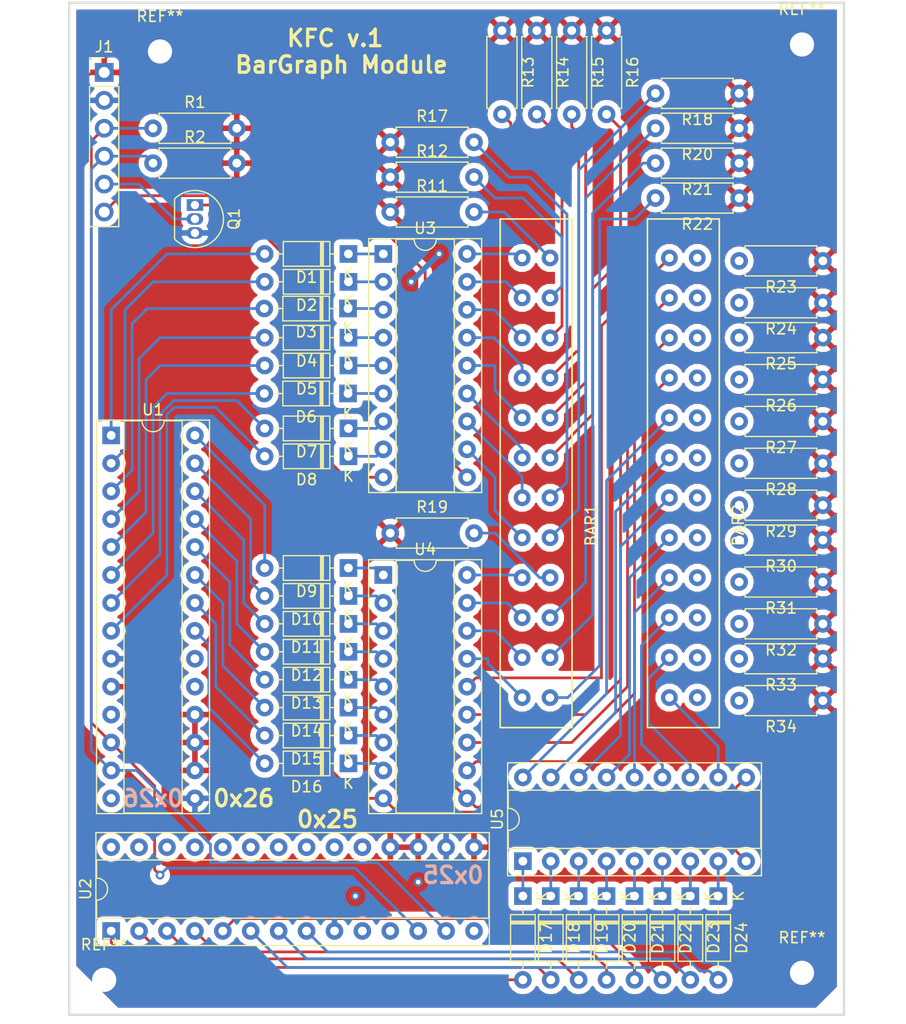
<source format=kicad_pcb>
(kicad_pcb (version 20171130) (host pcbnew "(5.0.1)-4")
  (layers (0 F.Cu signal) (31 B.Cu signal) (34 B.Paste user) (35 F.Paste user) (36 B.SilkS user) (37 F.SilkS user) (38 B.Mask user) (39 F.Mask user) (44 Edge.Cuts user))
  (net 0 "")
  (net 1 "Net-(BAR1-Pad1)")
  (net 2 "Net-(BAR1-Pad2)")
  (net 3 "Net-(BAR1-Pad3)")
  (net 4 "Net-(BAR1-Pad4)")
  (net 5 "Net-(BAR1-Pad5)")
  (net 6 "Net-(BAR1-Pad6)")
  (net 7 "Net-(BAR1-Pad7)")
  (net 8 "Net-(BAR1-Pad8)")
  (net 9 "Net-(BAR1-Pad9)")
  (net 10 "Net-(BAR1-Pad10)")
  (net 11 "Net-(BAR1-Pad11)")
  (net 12 "Net-(BAR1-Pad12)")
  (net 13 "Net-(BAR1-Pad13)")
  (net 14 "Net-(BAR1-Pad14)")
  (net 15 "Net-(BAR1-Pad15)")
  (net 16 "Net-(BAR1-Pad16)")
  (net 17 "Net-(BAR1-Pad17)")
  (net 18 "Net-(BAR1-Pad18)")
  (net 19 "Net-(BAR1-Pad19)")
  (net 20 "Net-(BAR1-Pad20)")
  (net 21 "Net-(BAR1-Pad21)")
  (net 22 "Net-(BAR1-Pad22)")
  (net 23 "Net-(BAR1-Pad23)")
  (net 24 "Net-(BAR1-Pad24)")
  (net 25 "Net-(BAR2-Pad24)")
  (net 26 "Net-(BAR2-Pad23)")
  (net 27 "Net-(BAR2-Pad22)")
  (net 28 "Net-(BAR2-Pad21)")
  (net 29 "Net-(BAR2-Pad20)")
  (net 30 "Net-(BAR2-Pad19)")
  (net 31 "Net-(BAR2-Pad18)")
  (net 32 "Net-(BAR2-Pad17)")
  (net 33 "Net-(BAR2-Pad16)")
  (net 34 "Net-(BAR2-Pad15)")
  (net 35 "Net-(BAR2-Pad14)")
  (net 36 "Net-(BAR2-Pad13)")
  (net 37 "Net-(BAR2-Pad12)")
  (net 38 "Net-(BAR2-Pad11)")
  (net 39 "Net-(BAR2-Pad10)")
  (net 40 "Net-(BAR2-Pad9)")
  (net 41 "Net-(BAR2-Pad8)")
  (net 42 "Net-(BAR2-Pad7)")
  (net 43 "Net-(BAR2-Pad6)")
  (net 44 "Net-(BAR2-Pad5)")
  (net 45 "Net-(BAR2-Pad4)")
  (net 46 "Net-(BAR2-Pad3)")
  (net 47 "Net-(BAR2-Pad2)")
  (net 48 "Net-(BAR2-Pad1)")
  (net 49 "Net-(D1-Pad2)")
  (net 50 "Net-(D1-Pad1)")
  (net 51 "Net-(D2-Pad1)")
  (net 52 "Net-(D2-Pad2)")
  (net 53 "Net-(D3-Pad2)")
  (net 54 "Net-(D3-Pad1)")
  (net 55 "Net-(D4-Pad1)")
  (net 56 "Net-(D4-Pad2)")
  (net 57 "Net-(D5-Pad2)")
  (net 58 "Net-(D5-Pad1)")
  (net 59 "Net-(D6-Pad1)")
  (net 60 "Net-(D6-Pad2)")
  (net 61 "Net-(D7-Pad2)")
  (net 62 "Net-(D7-Pad1)")
  (net 63 "Net-(D8-Pad1)")
  (net 64 "Net-(D8-Pad2)")
  (net 65 "Net-(D9-Pad1)")
  (net 66 "Net-(D10-Pad1)")
  (net 67 "Net-(D11-Pad1)")
  (net 68 "Net-(D12-Pad1)")
  (net 69 "Net-(D13-Pad1)")
  (net 70 "Net-(D14-Pad1)")
  (net 71 "Net-(D15-Pad1)")
  (net 72 "Net-(D16-Pad1)")
  (net 73 "Net-(D17-Pad1)")
  (net 74 "Net-(D17-Pad2)")
  (net 75 "Net-(D18-Pad2)")
  (net 76 "Net-(D18-Pad1)")
  (net 77 "Net-(D19-Pad1)")
  (net 78 "Net-(D19-Pad2)")
  (net 79 "Net-(D20-Pad2)")
  (net 80 "Net-(D20-Pad1)")
  (net 81 "Net-(D21-Pad1)")
  (net 82 "Net-(D21-Pad2)")
  (net 83 "Net-(D22-Pad2)")
  (net 84 "Net-(D22-Pad1)")
  (net 85 "Net-(D23-Pad1)")
  (net 86 "Net-(D23-Pad2)")
  (net 87 "Net-(D24-Pad2)")
  (net 88 "Net-(D24-Pad1)")
  (net 89 +5V)
  (net 90 Earth)
  (net 91 /SCK)
  (net 92 /SDA)
  (net 93 "Net-(J1-Pad5)")
  (net 94 /LTEST)
  (net 95 /DIM)
  (net 96 "Net-(U1-Pad14)")
  (net 97 "Net-(U1-Pad11)")
  (net 98 "Net-(U1-Pad20)")
  (net 99 "Net-(U1-Pad19)")
  (net 100 "Net-(U2-Pad19)")
  (net 101 "Net-(U2-Pad20)")
  (net 102 "Net-(U2-Pad21)")
  (net 103 "Net-(U2-Pad22)")
  (net 104 "Net-(U2-Pad23)")
  (net 105 "Net-(U2-Pad24)")
  (net 106 "Net-(U2-Pad11)")
  (net 107 "Net-(U2-Pad25)")
  (net 108 "Net-(U2-Pad26)")
  (net 109 "Net-(U2-Pad27)")
  (net 110 "Net-(U2-Pad14)")
  (net 111 "Net-(U2-Pad28)")
  (net 112 /n1)
  (net 113 /n2)
  (net 114 /n3)
  (net 115 /n4)
  (net 116 /n5)
  (net 117 /n6)
  (net 118 /n7)
  (net 119 /n8)
  (module MountingHole:MountingHole_2.2mm_M2 (layer F.Cu) (at 102.87 73.66)
    (fp_text reference REF** (at 0 -3.2) (layer F.SilkS))
    (fp_text value MountingHole_2.2mm_M2)
    (pad 1 np_thru_hole circle (at 0 0) (size 2.2 2.2) (drill 2.2) (layers *.Cu *.Mask))
  )
  (module MountingHole:MountingHole_2.2mm_M2 (layer F.Cu) (at 97.79 158.115)
    (fp_text reference REF** (at 0 -3.2) (layer F.SilkS))
    (fp_text value MountingHole_2.2mm_M2)
    (pad 1 np_thru_hole circle (at 0 0) (size 2.2 2.2) (drill 2.2) (layers *.Cu *.Mask))
  )
  (module MountingHole:MountingHole_2.2mm_M2 (layer F.Cu) (at 161.29 157.48)
    (fp_text reference REF** (at 0 -3.2) (layer F.SilkS))
    (fp_text value MountingHole_2.2mm_M2)
    (pad 1 np_thru_hole circle (at 0 0) (size 2.2 2.2) (drill 2.2) (layers *.Cu *.Mask))
  )
  (module "Kicad Parts:BarGraph.12" (layer F.Cu) (at 137.095 111.76)
    (fp_text reference BAR1 (at 5 5 90) (layer F.SilkS))
    (fp_text value Bargraph.12)
    (pad 1 thru_hole circle (at -1.27 -19.32) (size 1.524 1.524) (drill 0.762) (layers *.Cu *.Mask) (net 1 "Net-(BAR1-Pad1)"))
    (pad 2 thru_hole circle (at -1.27 -15.683637) (size 1.524 1.524) (drill 0.762) (layers *.Cu *.Mask) (net 2 "Net-(BAR1-Pad2)"))
    (pad 3 thru_hole circle (at -1.27 -12.047274) (size 1.524 1.524) (drill 0.762) (layers *.Cu *.Mask) (net 3 "Net-(BAR1-Pad3)"))
    (pad 4 thru_hole circle (at -1.27 -8.410911) (size 1.524 1.524) (drill 0.762) (layers *.Cu *.Mask) (net 4 "Net-(BAR1-Pad4)"))
    (pad 5 thru_hole circle (at -1.27 -4.774548) (size 1.524 1.524) (drill 0.762) (layers *.Cu *.Mask) (net 5 "Net-(BAR1-Pad5)"))
    (pad 6 thru_hole circle (at -1.27 -1.138185) (size 1.524 1.524) (drill 0.762) (layers *.Cu *.Mask) (net 6 "Net-(BAR1-Pad6)"))
    (pad 7 thru_hole circle (at -1.27 2.498178) (size 1.524 1.524) (drill 0.762) (layers *.Cu *.Mask) (net 7 "Net-(BAR1-Pad7)"))
    (pad 8 thru_hole circle (at -1.27 6.134541) (size 1.524 1.524) (drill 0.762) (layers *.Cu *.Mask) (net 8 "Net-(BAR1-Pad8)"))
    (pad 9 thru_hole circle (at -1.27 9.770904) (size 1.524 1.524) (drill 0.762) (layers *.Cu *.Mask) (net 9 "Net-(BAR1-Pad9)"))
    (pad 10 thru_hole circle (at -1.27 13.407267) (size 1.524 1.524) (drill 0.762) (layers *.Cu *.Mask) (net 10 "Net-(BAR1-Pad10)"))
    (pad 11 thru_hole circle (at -1.27 17.04363) (size 1.524 1.524) (drill 0.762) (layers *.Cu *.Mask) (net 11 "Net-(BAR1-Pad11)"))
    (pad 12 thru_hole circle (at -1.27 20.679993) (size 1.524 1.524) (drill 0.762) (layers *.Cu *.Mask) (net 12 "Net-(BAR1-Pad12)"))
    (pad 13 thru_hole circle (at 1.27 20.679993) (size 1.524 1.524) (drill 0.762) (layers *.Cu *.Mask) (net 13 "Net-(BAR1-Pad13)"))
    (pad 14 thru_hole circle (at 1.27 17.04363) (size 1.524 1.524) (drill 0.762) (layers *.Cu *.Mask) (net 14 "Net-(BAR1-Pad14)"))
    (pad 15 thru_hole circle (at 1.27 13.407267) (size 1.524 1.524) (drill 0.762) (layers *.Cu *.Mask) (net 15 "Net-(BAR1-Pad15)"))
    (pad 16 thru_hole circle (at 1.27 9.770904) (size 1.524 1.524) (drill 0.762) (layers *.Cu *.Mask) (net 16 "Net-(BAR1-Pad16)"))
    (pad 17 thru_hole circle (at 1.27 6.134541) (size 1.524 1.524) (drill 0.762) (layers *.Cu *.Mask) (net 17 "Net-(BAR1-Pad17)"))
    (pad 18 thru_hole circle (at 1.27 2.498178) (size 1.524 1.524) (drill 0.762) (layers *.Cu *.Mask) (net 18 "Net-(BAR1-Pad18)"))
    (pad 19 thru_hole circle (at 1.27 -1.138185) (size 1.524 1.524) (drill 0.762) (layers *.Cu *.Mask) (net 19 "Net-(BAR1-Pad19)"))
    (pad 20 thru_hole circle (at 1.27 -4.774548) (size 1.524 1.524) (drill 0.762) (layers *.Cu *.Mask) (net 20 "Net-(BAR1-Pad20)"))
    (pad 21 thru_hole circle (at 1.27 -8.410911) (size 1.524 1.524) (drill 0.762) (layers *.Cu *.Mask) (net 21 "Net-(BAR1-Pad21)"))
    (pad 22 thru_hole circle (at 1.27 -12.047274) (size 1.524 1.524) (drill 0.762) (layers *.Cu *.Mask) (net 22 "Net-(BAR1-Pad22)"))
    (pad 23 thru_hole circle (at 1.27 -15.683637) (size 1.524 1.524) (drill 0.762) (layers *.Cu *.Mask) (net 23 "Net-(BAR1-Pad23)"))
    (pad 24 thru_hole circle (at 1.27 -19.32) (size 1.524 1.524) (drill 0.762) (layers *.Cu *.Mask) (net 24 "Net-(BAR1-Pad24)"))
  )
  (module "Kicad Parts:BarGraph.12" (layer F.Cu) (at 150.495 111.76)
    (fp_text reference BAR2 (at 5 5 90) (layer F.SilkS))
    (fp_text value Bargraph.12)
    (pad 24 thru_hole circle (at 1.27 -19.32) (size 1.524 1.524) (drill 0.762) (layers *.Cu *.Mask) (net 25 "Net-(BAR2-Pad24)"))
    (pad 23 thru_hole circle (at 1.27 -15.683637) (size 1.524 1.524) (drill 0.762) (layers *.Cu *.Mask) (net 26 "Net-(BAR2-Pad23)"))
    (pad 22 thru_hole circle (at 1.27 -12.047274) (size 1.524 1.524) (drill 0.762) (layers *.Cu *.Mask) (net 27 "Net-(BAR2-Pad22)"))
    (pad 21 thru_hole circle (at 1.27 -8.410911) (size 1.524 1.524) (drill 0.762) (layers *.Cu *.Mask) (net 28 "Net-(BAR2-Pad21)"))
    (pad 20 thru_hole circle (at 1.27 -4.774548) (size 1.524 1.524) (drill 0.762) (layers *.Cu *.Mask) (net 29 "Net-(BAR2-Pad20)"))
    (pad 19 thru_hole circle (at 1.27 -1.138185) (size 1.524 1.524) (drill 0.762) (layers *.Cu *.Mask) (net 30 "Net-(BAR2-Pad19)"))
    (pad 18 thru_hole circle (at 1.27 2.498178) (size 1.524 1.524) (drill 0.762) (layers *.Cu *.Mask) (net 31 "Net-(BAR2-Pad18)"))
    (pad 17 thru_hole circle (at 1.27 6.134541) (size 1.524 1.524) (drill 0.762) (layers *.Cu *.Mask) (net 32 "Net-(BAR2-Pad17)"))
    (pad 16 thru_hole circle (at 1.27 9.770904) (size 1.524 1.524) (drill 0.762) (layers *.Cu *.Mask) (net 33 "Net-(BAR2-Pad16)"))
    (pad 15 thru_hole circle (at 1.27 13.407267) (size 1.524 1.524) (drill 0.762) (layers *.Cu *.Mask) (net 34 "Net-(BAR2-Pad15)"))
    (pad 14 thru_hole circle (at 1.27 17.04363) (size 1.524 1.524) (drill 0.762) (layers *.Cu *.Mask) (net 35 "Net-(BAR2-Pad14)"))
    (pad 13 thru_hole circle (at 1.27 20.679993) (size 1.524 1.524) (drill 0.762) (layers *.Cu *.Mask) (net 36 "Net-(BAR2-Pad13)"))
    (pad 12 thru_hole circle (at -1.27 20.679993) (size 1.524 1.524) (drill 0.762) (layers *.Cu *.Mask) (net 37 "Net-(BAR2-Pad12)"))
    (pad 11 thru_hole circle (at -1.27 17.04363) (size 1.524 1.524) (drill 0.762) (layers *.Cu *.Mask) (net 38 "Net-(BAR2-Pad11)"))
    (pad 10 thru_hole circle (at -1.27 13.407267) (size 1.524 1.524) (drill 0.762) (layers *.Cu *.Mask) (net 39 "Net-(BAR2-Pad10)"))
    (pad 9 thru_hole circle (at -1.27 9.770904) (size 1.524 1.524) (drill 0.762) (layers *.Cu *.Mask) (net 40 "Net-(BAR2-Pad9)"))
    (pad 8 thru_hole circle (at -1.27 6.134541) (size 1.524 1.524) (drill 0.762) (layers *.Cu *.Mask) (net 41 "Net-(BAR2-Pad8)"))
    (pad 7 thru_hole circle (at -1.27 2.498178) (size 1.524 1.524) (drill 0.762) (layers *.Cu *.Mask) (net 42 "Net-(BAR2-Pad7)"))
    (pad 6 thru_hole circle (at -1.27 -1.138185) (size 1.524 1.524) (drill 0.762) (layers *.Cu *.Mask) (net 43 "Net-(BAR2-Pad6)"))
    (pad 5 thru_hole circle (at -1.27 -4.774548) (size 1.524 1.524) (drill 0.762) (layers *.Cu *.Mask) (net 44 "Net-(BAR2-Pad5)"))
    (pad 4 thru_hole circle (at -1.27 -8.410911) (size 1.524 1.524) (drill 0.762) (layers *.Cu *.Mask) (net 45 "Net-(BAR2-Pad4)"))
    (pad 3 thru_hole circle (at -1.27 -12.047274) (size 1.524 1.524) (drill 0.762) (layers *.Cu *.Mask) (net 46 "Net-(BAR2-Pad3)"))
    (pad 2 thru_hole circle (at -1.27 -15.683637) (size 1.524 1.524) (drill 0.762) (layers *.Cu *.Mask) (net 47 "Net-(BAR2-Pad2)"))
    (pad 1 thru_hole circle (at -1.27 -19.32) (size 1.524 1.524) (drill 0.762) (layers *.Cu *.Mask) (net 48 "Net-(BAR2-Pad1)"))
  )
  (module Diode_THT:D_DO-35_SOD27_P7.62mm_Horizontal (layer F.Cu) (at 120.015 92.075 180)
    (fp_text reference D1 (at 3.81 -2.12 180) (layer F.SilkS))
    (fp_text value D)
    (fp_text user K (at 0 -1.8 180) (layer F.SilkS))
    (pad 2 thru_hole oval (at 7.62 0 180) (size 1.6 1.6) (drill 0.8) (layers *.Cu *.Mask) (net 49 "Net-(D1-Pad2)"))
    (pad 1 thru_hole rect (at 0 0 180) (size 1.6 1.6) (drill 0.8) (layers *.Cu *.Mask) (net 50 "Net-(D1-Pad1)"))
  )
  (module Diode_THT:D_DO-35_SOD27_P7.62mm_Horizontal (layer F.Cu) (at 120.015 94.615 180)
    (fp_text reference D2 (at 3.81 -2.12 180) (layer F.SilkS))
    (fp_text value D)
    (fp_text user K (at 0 -1.8 180) (layer F.SilkS))
    (pad 1 thru_hole rect (at 0 0 180) (size 1.6 1.6) (drill 0.8) (layers *.Cu *.Mask) (net 51 "Net-(D2-Pad1)"))
    (pad 2 thru_hole oval (at 7.62 0 180) (size 1.6 1.6) (drill 0.8) (layers *.Cu *.Mask) (net 52 "Net-(D2-Pad2)"))
  )
  (module Diode_THT:D_DO-35_SOD27_P7.62mm_Horizontal (layer F.Cu) (at 119.976364 97.045555 180)
    (fp_text reference D3 (at 3.81 -2.12 180) (layer F.SilkS))
    (fp_text value D)
    (fp_text user K (at 0 -1.8 180) (layer F.SilkS))
    (pad 2 thru_hole oval (at 7.62 0 180) (size 1.6 1.6) (drill 0.8) (layers *.Cu *.Mask) (net 53 "Net-(D3-Pad2)"))
    (pad 1 thru_hole rect (at 0 0 180) (size 1.6 1.6) (drill 0.8) (layers *.Cu *.Mask) (net 54 "Net-(D3-Pad1)"))
  )
  (module Diode_THT:D_DO-35_SOD27_P7.62mm_Horizontal (layer F.Cu) (at 120.015 99.695 180)
    (fp_text reference D4 (at 3.81 -2.12 180) (layer F.SilkS))
    (fp_text value D)
    (fp_text user K (at 0 -1.8 180) (layer F.SilkS))
    (pad 1 thru_hole rect (at 0 0 180) (size 1.6 1.6) (drill 0.8) (layers *.Cu *.Mask) (net 55 "Net-(D4-Pad1)"))
    (pad 2 thru_hole oval (at 7.62 0 180) (size 1.6 1.6) (drill 0.8) (layers *.Cu *.Mask) (net 56 "Net-(D4-Pad2)"))
  )
  (module Diode_THT:D_DO-35_SOD27_P7.62mm_Horizontal (layer F.Cu) (at 120.015 102.235 180)
    (fp_text reference D5 (at 3.81 -2.12 180) (layer F.SilkS))
    (fp_text value D)
    (fp_text user K (at 0 -1.8 180) (layer F.SilkS))
    (pad 2 thru_hole oval (at 7.62 0 180) (size 1.6 1.6) (drill 0.8) (layers *.Cu *.Mask) (net 57 "Net-(D5-Pad2)"))
    (pad 1 thru_hole rect (at 0 0 180) (size 1.6 1.6) (drill 0.8) (layers *.Cu *.Mask) (net 58 "Net-(D5-Pad1)"))
  )
  (module Diode_THT:D_DO-35_SOD27_P7.62mm_Horizontal (layer F.Cu) (at 119.976364 104.775 180)
    (fp_text reference D6 (at 3.81 -2.12 180) (layer F.SilkS))
    (fp_text value D)
    (fp_text user K (at 0 -1.8 180) (layer F.SilkS))
    (pad 1 thru_hole rect (at 0 0 180) (size 1.6 1.6) (drill 0.8) (layers *.Cu *.Mask) (net 59 "Net-(D6-Pad1)"))
    (pad 2 thru_hole oval (at 7.62 0 180) (size 1.6 1.6) (drill 0.8) (layers *.Cu *.Mask) (net 60 "Net-(D6-Pad2)"))
  )
  (module Diode_THT:D_DO-35_SOD27_P7.62mm_Horizontal (layer F.Cu) (at 120.015 107.95 180)
    (fp_text reference D7 (at 3.81 -2.12 180) (layer F.SilkS))
    (fp_text value D)
    (fp_text user K (at 0 -1.8 180) (layer F.SilkS))
    (pad 2 thru_hole oval (at 7.62 0 180) (size 1.6 1.6) (drill 0.8) (layers *.Cu *.Mask) (net 61 "Net-(D7-Pad2)"))
    (pad 1 thru_hole rect (at 0 0 180) (size 1.6 1.6) (drill 0.8) (layers *.Cu *.Mask) (net 62 "Net-(D7-Pad1)"))
  )
  (module Diode_THT:D_DO-35_SOD27_P7.62mm_Horizontal (layer F.Cu) (at 120.015 110.49 180)
    (fp_text reference D8 (at 3.81 -2.12 180) (layer F.SilkS))
    (fp_text value D)
    (fp_text user K (at 0 -1.8 180) (layer F.SilkS))
    (pad 1 thru_hole rect (at 0 0 180) (size 1.6 1.6) (drill 0.8) (layers *.Cu *.Mask) (net 63 "Net-(D8-Pad1)"))
    (pad 2 thru_hole oval (at 7.62 0 180) (size 1.6 1.6) (drill 0.8) (layers *.Cu *.Mask) (net 64 "Net-(D8-Pad2)"))
  )
  (module Diode_THT:D_DO-35_SOD27_P7.62mm_Horizontal (layer F.Cu) (at 120.015 120.65 180)
    (fp_text reference D9 (at 3.81 -2.12 180) (layer F.SilkS))
    (fp_text value D)
    (fp_text user K (at 0 -1.8 180) (layer F.SilkS))
    (pad 2 thru_hole oval (at 7.62 0 180) (size 1.6 1.6) (drill 0.8) (layers *.Cu *.Mask) (net 119 /n8))
    (pad 1 thru_hole rect (at 0 0 180) (size 1.6 1.6) (drill 0.8) (layers *.Cu *.Mask) (net 65 "Net-(D9-Pad1)"))
  )
  (module Diode_THT:D_DO-35_SOD27_P7.62mm_Horizontal (layer F.Cu) (at 120.015 123.19 180)
    (fp_text reference D10 (at 3.81 -2.12 180) (layer F.SilkS))
    (fp_text value D)
    (fp_text user K (at 0 -1.8 180) (layer F.SilkS))
    (pad 1 thru_hole rect (at 0 0 180) (size 1.6 1.6) (drill 0.8) (layers *.Cu *.Mask) (net 66 "Net-(D10-Pad1)"))
    (pad 2 thru_hole oval (at 7.62 0 180) (size 1.6 1.6) (drill 0.8) (layers *.Cu *.Mask) (net 118 /n7))
  )
  (module Diode_THT:D_DO-35_SOD27_P7.62mm_Horizontal (layer F.Cu) (at 120.015 125.73 180)
    (fp_text reference D11 (at 3.81 -2.12 180) (layer F.SilkS))
    (fp_text value D)
    (fp_text user K (at 0 -1.8 180) (layer F.SilkS))
    (pad 2 thru_hole oval (at 7.62 0 180) (size 1.6 1.6) (drill 0.8) (layers *.Cu *.Mask) (net 117 /n6))
    (pad 1 thru_hole rect (at 0 0 180) (size 1.6 1.6) (drill 0.8) (layers *.Cu *.Mask) (net 67 "Net-(D11-Pad1)"))
  )
  (module Diode_THT:D_DO-35_SOD27_P7.62mm_Horizontal (layer F.Cu) (at 120.015 128.27 180)
    (fp_text reference D12 (at 3.81 -2.12 180) (layer F.SilkS))
    (fp_text value D)
    (fp_text user K (at 0 -1.8 180) (layer F.SilkS))
    (pad 1 thru_hole rect (at 0 0 180) (size 1.6 1.6) (drill 0.8) (layers *.Cu *.Mask) (net 68 "Net-(D12-Pad1)"))
    (pad 2 thru_hole oval (at 7.62 0 180) (size 1.6 1.6) (drill 0.8) (layers *.Cu *.Mask) (net 116 /n5))
  )
  (module Diode_THT:D_DO-35_SOD27_P7.62mm_Horizontal (layer F.Cu) (at 120.015 130.81 180)
    (fp_text reference D13 (at 3.81 -2.12 180) (layer F.SilkS))
    (fp_text value D)
    (fp_text user K (at 0 -1.8 180) (layer F.SilkS))
    (pad 1 thru_hole rect (at 0 0 180) (size 1.6 1.6) (drill 0.8) (layers *.Cu *.Mask) (net 69 "Net-(D13-Pad1)"))
    (pad 2 thru_hole oval (at 7.62 0 180) (size 1.6 1.6) (drill 0.8) (layers *.Cu *.Mask) (net 115 /n4))
  )
  (module Diode_THT:D_DO-35_SOD27_P7.62mm_Horizontal (layer F.Cu) (at 120.015 133.35 180)
    (fp_text reference D14 (at 3.81 -2.12 180) (layer F.SilkS))
    (fp_text value D)
    (fp_text user K (at 0 -1.8 180) (layer F.SilkS))
    (pad 2 thru_hole oval (at 7.62 0 180) (size 1.6 1.6) (drill 0.8) (layers *.Cu *.Mask) (net 114 /n3))
    (pad 1 thru_hole rect (at 0 0 180) (size 1.6 1.6) (drill 0.8) (layers *.Cu *.Mask) (net 70 "Net-(D14-Pad1)"))
  )
  (module Diode_THT:D_DO-35_SOD27_P7.62mm_Horizontal (layer F.Cu) (at 120.015 135.89 180)
    (fp_text reference D15 (at 3.81 -2.12 180) (layer F.SilkS))
    (fp_text value D)
    (fp_text user K (at 0 -1.8 180) (layer F.SilkS))
    (pad 1 thru_hole rect (at 0 0 180) (size 1.6 1.6) (drill 0.8) (layers *.Cu *.Mask) (net 71 "Net-(D15-Pad1)"))
    (pad 2 thru_hole oval (at 7.62 0 180) (size 1.6 1.6) (drill 0.8) (layers *.Cu *.Mask) (net 113 /n2))
  )
  (module Diode_THT:D_DO-35_SOD27_P7.62mm_Horizontal (layer F.Cu) (at 120.015 138.43 180)
    (fp_text reference D16 (at 3.81 -2.12 180) (layer F.SilkS))
    (fp_text value D)
    (fp_text user K (at 0 -1.8 180) (layer F.SilkS))
    (pad 2 thru_hole oval (at 7.62 0 180) (size 1.6 1.6) (drill 0.8) (layers *.Cu *.Mask) (net 112 /n1))
    (pad 1 thru_hole rect (at 0 0 180) (size 1.6 1.6) (drill 0.8) (layers *.Cu *.Mask) (net 72 "Net-(D16-Pad1)"))
  )
  (module Diode_THT:D_DO-35_SOD27_P7.62mm_Horizontal (layer F.Cu) (at 135.89 150.495 270)
    (fp_text reference D17 (at 3.81 -2.12 270) (layer F.SilkS))
    (fp_text value D)
    (fp_text user K (at 0 -1.8 270) (layer F.SilkS))
    (pad 1 thru_hole rect (at 0 0 270) (size 1.6 1.6) (drill 0.8) (layers *.Cu *.Mask) (net 73 "Net-(D17-Pad1)"))
    (pad 2 thru_hole oval (at 7.62 0 270) (size 1.6 1.6) (drill 0.8) (layers *.Cu *.Mask) (net 74 "Net-(D17-Pad2)"))
  )
  (module Diode_THT:D_DO-35_SOD27_P7.62mm_Horizontal (layer F.Cu) (at 138.43 150.495 270)
    (fp_text reference D18 (at 3.81 -2.12 270) (layer F.SilkS))
    (fp_text value D)
    (fp_text user K (at 0 -1.8 270) (layer F.SilkS))
    (pad 2 thru_hole oval (at 7.62 0 270) (size 1.6 1.6) (drill 0.8) (layers *.Cu *.Mask) (net 75 "Net-(D18-Pad2)"))
    (pad 1 thru_hole rect (at 0 0 270) (size 1.6 1.6) (drill 0.8) (layers *.Cu *.Mask) (net 76 "Net-(D18-Pad1)"))
  )
  (module Diode_THT:D_DO-35_SOD27_P7.62mm_Horizontal (layer F.Cu) (at 140.97 150.495 270)
    (fp_text reference D19 (at 3.81 -2.12 270) (layer F.SilkS))
    (fp_text value D)
    (fp_text user K (at 0 -1.8 270) (layer F.SilkS))
    (pad 1 thru_hole rect (at 0 0 270) (size 1.6 1.6) (drill 0.8) (layers *.Cu *.Mask) (net 77 "Net-(D19-Pad1)"))
    (pad 2 thru_hole oval (at 7.62 0 270) (size 1.6 1.6) (drill 0.8) (layers *.Cu *.Mask) (net 78 "Net-(D19-Pad2)"))
  )
  (module Diode_THT:D_DO-35_SOD27_P7.62mm_Horizontal (layer F.Cu) (at 143.51 150.495 270)
    (fp_text reference D20 (at 3.81 -2.12 270) (layer F.SilkS))
    (fp_text value D)
    (fp_text user K (at 0 -1.8 270) (layer F.SilkS))
    (pad 2 thru_hole oval (at 7.62 0 270) (size 1.6 1.6) (drill 0.8) (layers *.Cu *.Mask) (net 79 "Net-(D20-Pad2)"))
    (pad 1 thru_hole rect (at 0 0 270) (size 1.6 1.6) (drill 0.8) (layers *.Cu *.Mask) (net 80 "Net-(D20-Pad1)"))
  )
  (module Diode_THT:D_DO-35_SOD27_P7.62mm_Horizontal (layer F.Cu) (at 146.05 150.495 270)
    (fp_text reference D21 (at 3.81 -2.12 270) (layer F.SilkS))
    (fp_text value D)
    (fp_text user K (at 0 -1.8 270) (layer F.SilkS))
    (pad 1 thru_hole rect (at 0 0 270) (size 1.6 1.6) (drill 0.8) (layers *.Cu *.Mask) (net 81 "Net-(D21-Pad1)"))
    (pad 2 thru_hole oval (at 7.62 0 270) (size 1.6 1.6) (drill 0.8) (layers *.Cu *.Mask) (net 82 "Net-(D21-Pad2)"))
  )
  (module Diode_THT:D_DO-35_SOD27_P7.62mm_Horizontal (layer F.Cu) (at 148.59 150.495 270)
    (fp_text reference D22 (at 3.81 -2.12 270) (layer F.SilkS))
    (fp_text value D)
    (fp_text user K (at 0 -1.8 270) (layer F.SilkS))
    (pad 2 thru_hole oval (at 7.62 0 270) (size 1.6 1.6) (drill 0.8) (layers *.Cu *.Mask) (net 83 "Net-(D22-Pad2)"))
    (pad 1 thru_hole rect (at 0 0 270) (size 1.6 1.6) (drill 0.8) (layers *.Cu *.Mask) (net 84 "Net-(D22-Pad1)"))
  )
  (module Diode_THT:D_DO-35_SOD27_P7.62mm_Horizontal (layer F.Cu) (at 151.13 150.495 270)
    (fp_text reference D23 (at 3.81 -2.12 270) (layer F.SilkS))
    (fp_text value D)
    (fp_text user K (at 0 -1.8 270) (layer F.SilkS))
    (pad 1 thru_hole rect (at 0 0 270) (size 1.6 1.6) (drill 0.8) (layers *.Cu *.Mask) (net 85 "Net-(D23-Pad1)"))
    (pad 2 thru_hole oval (at 7.62 0 270) (size 1.6 1.6) (drill 0.8) (layers *.Cu *.Mask) (net 86 "Net-(D23-Pad2)"))
  )
  (module Diode_THT:D_DO-35_SOD27_P7.62mm_Horizontal (layer F.Cu) (at 153.67 150.495 270)
    (fp_text reference D24 (at 3.81 -2.12 270) (layer F.SilkS))
    (fp_text value D)
    (fp_text user K (at 0 -1.8 270) (layer F.SilkS))
    (pad 2 thru_hole oval (at 7.62 0 270) (size 1.6 1.6) (drill 0.8) (layers *.Cu *.Mask) (net 87 "Net-(D24-Pad2)"))
    (pad 1 thru_hole rect (at 0 0 270) (size 1.6 1.6) (drill 0.8) (layers *.Cu *.Mask) (net 88 "Net-(D24-Pad1)"))
  )
  (module Connector_PinHeader_2.54mm:PinHeader_1x06_P2.54mm_Vertical (layer F.Cu) (at 97.79 75.565)
    (fp_text reference J1 (at 0 -2.33) (layer F.SilkS))
    (fp_text value Conn_01x06)
    (pad 1 thru_hole rect (at 0 0) (size 1.7 1.7) (drill 1) (layers *.Cu *.Mask) (net 89 +5V))
    (pad 2 thru_hole oval (at 0 2.54) (size 1.7 1.7) (drill 1) (layers *.Cu *.Mask) (net 90 Earth))
    (pad 3 thru_hole oval (at 0 5.08) (size 1.7 1.7) (drill 1) (layers *.Cu *.Mask) (net 91 /SCK))
    (pad 4 thru_hole oval (at 0 7.62) (size 1.7 1.7) (drill 1) (layers *.Cu *.Mask) (net 92 /SDA))
    (pad 5 thru_hole oval (at 0 10.16) (size 1.7 1.7) (drill 1) (layers *.Cu *.Mask) (net 93 "Net-(J1-Pad5)"))
    (pad 6 thru_hole oval (at 0 12.7) (size 1.7 1.7) (drill 1) (layers *.Cu *.Mask) (net 94 /LTEST))
  )
  (module Package_TO_SOT_THT:TO-92_Inline (layer F.Cu) (at 106.045 87.63 270)
    (fp_text reference Q1 (at 1.27 -3.56 270) (layer F.SilkS))
    (fp_text value 2N3906)
    (pad 2 thru_hole oval (at 1.27 0 270) (size 1.05 1.5) (drill 0.75) (layers *.Cu *.Mask) (net 93 "Net-(J1-Pad5)"))
    (pad 3 thru_hole oval (at 2.54 0 270) (size 1.05 1.5) (drill 0.75) (layers *.Cu *.Mask) (net 90 Earth))
    (pad 1 thru_hole rect (at 0 0 270) (size 1.05 1.5) (drill 0.75) (layers *.Cu *.Mask) (net 95 /DIM))
  )
  (module Resistor_THT:R_Axial_DIN0207_L6.3mm_D2.5mm_P7.62mm_Horizontal (layer F.Cu) (at 102.235 80.645)
    (fp_text reference R1 (at 3.81 -2.37) (layer F.SilkS))
    (fp_text value 4.7k)
    (pad 1 thru_hole circle (at 0 0) (size 1.6 1.6) (drill 0.8) (layers *.Cu *.Mask) (net 91 /SCK))
    (pad 2 thru_hole oval (at 7.62 0) (size 1.6 1.6) (drill 0.8) (layers *.Cu *.Mask) (net 89 +5V))
  )
  (module Resistor_THT:R_Axial_DIN0207_L6.3mm_D2.5mm_P7.62mm_Horizontal (layer F.Cu) (at 102.235 83.82)
    (fp_text reference R2 (at 3.81 -2.37) (layer F.SilkS))
    (fp_text value 4.7k)
    (pad 2 thru_hole oval (at 7.62 0) (size 1.6 1.6) (drill 0.8) (layers *.Cu *.Mask) (net 89 +5V))
    (pad 1 thru_hole circle (at 0 0) (size 1.6 1.6) (drill 0.8) (layers *.Cu *.Mask) (net 92 /SDA))
  )
  (module Resistor_THT:R_Axial_DIN0207_L6.3mm_D2.5mm_P7.62mm_Horizontal (layer F.Cu) (at 123.825 88.265)
    (fp_text reference R11 (at 3.81 -2.37) (layer F.SilkS))
    (fp_text value 47)
    (pad 2 thru_hole oval (at 7.62 0) (size 1.6 1.6) (drill 0.8) (layers *.Cu *.Mask) (net 24 "Net-(BAR1-Pad24)"))
    (pad 1 thru_hole circle (at 0 0) (size 1.6 1.6) (drill 0.8) (layers *.Cu *.Mask) (net 89 +5V))
  )
  (module Resistor_THT:R_Axial_DIN0207_L6.3mm_D2.5mm_P7.62mm_Horizontal (layer F.Cu) (at 123.825 85.09)
    (fp_text reference R12 (at 3.81 -2.37) (layer F.SilkS))
    (fp_text value 47)
    (pad 1 thru_hole circle (at 0 0) (size 1.6 1.6) (drill 0.8) (layers *.Cu *.Mask) (net 89 +5V))
    (pad 2 thru_hole oval (at 7.62 0) (size 1.6 1.6) (drill 0.8) (layers *.Cu *.Mask) (net 23 "Net-(BAR1-Pad23)"))
  )
  (module Resistor_THT:R_Axial_DIN0207_L6.3mm_D2.5mm_P7.62mm_Horizontal (layer F.Cu) (at 133.985 71.755 270)
    (fp_text reference R13 (at 3.81 -2.37 270) (layer F.SilkS))
    (fp_text value 47)
    (pad 2 thru_hole oval (at 7.62 0 270) (size 1.6 1.6) (drill 0.8) (layers *.Cu *.Mask) (net 22 "Net-(BAR1-Pad22)"))
    (pad 1 thru_hole circle (at 0 0 270) (size 1.6 1.6) (drill 0.8) (layers *.Cu *.Mask) (net 89 +5V))
  )
  (module Resistor_THT:R_Axial_DIN0207_L6.3mm_D2.5mm_P7.62mm_Horizontal (layer F.Cu) (at 137.16 71.755 270)
    (fp_text reference R14 (at 3.81 -2.37 270) (layer F.SilkS))
    (fp_text value 47)
    (pad 1 thru_hole circle (at 0 0 270) (size 1.6 1.6) (drill 0.8) (layers *.Cu *.Mask) (net 89 +5V))
    (pad 2 thru_hole oval (at 7.62 0 270) (size 1.6 1.6) (drill 0.8) (layers *.Cu *.Mask) (net 21 "Net-(BAR1-Pad21)"))
  )
  (module Resistor_THT:R_Axial_DIN0207_L6.3mm_D2.5mm_P7.62mm_Horizontal (layer F.Cu) (at 140.335 71.755 270)
    (fp_text reference R15 (at 3.81 -2.37 270) (layer F.SilkS))
    (fp_text value 47)
    (pad 2 thru_hole oval (at 7.62 0 270) (size 1.6 1.6) (drill 0.8) (layers *.Cu *.Mask) (net 20 "Net-(BAR1-Pad20)"))
    (pad 1 thru_hole circle (at 0 0 270) (size 1.6 1.6) (drill 0.8) (layers *.Cu *.Mask) (net 89 +5V))
  )
  (module Resistor_THT:R_Axial_DIN0207_L6.3mm_D2.5mm_P7.62mm_Horizontal (layer F.Cu) (at 143.51 71.755 270)
    (fp_text reference R16 (at 3.81 -2.37 270) (layer F.SilkS))
    (fp_text value 47)
    (pad 1 thru_hole circle (at 0 0 270) (size 1.6 1.6) (drill 0.8) (layers *.Cu *.Mask) (net 89 +5V))
    (pad 2 thru_hole oval (at 7.62 0 270) (size 1.6 1.6) (drill 0.8) (layers *.Cu *.Mask) (net 19 "Net-(BAR1-Pad19)"))
  )
  (module Resistor_THT:R_Axial_DIN0207_L6.3mm_D2.5mm_P7.62mm_Horizontal (layer F.Cu) (at 123.825 81.915)
    (fp_text reference R17 (at 3.81 -2.37) (layer F.SilkS))
    (fp_text value 47)
    (pad 2 thru_hole oval (at 7.62 0) (size 1.6 1.6) (drill 0.8) (layers *.Cu *.Mask) (net 18 "Net-(BAR1-Pad18)"))
    (pad 1 thru_hole circle (at 0 0) (size 1.6 1.6) (drill 0.8) (layers *.Cu *.Mask) (net 89 +5V))
  )
  (module Resistor_THT:R_Axial_DIN0207_L6.3mm_D2.5mm_P7.62mm_Horizontal (layer F.Cu) (at 155.575 77.47 180)
    (fp_text reference R18 (at 3.81 -2.37 180) (layer F.SilkS))
    (fp_text value 47)
    (pad 1 thru_hole circle (at 0 0 180) (size 1.6 1.6) (drill 0.8) (layers *.Cu *.Mask) (net 89 +5V))
    (pad 2 thru_hole oval (at 7.62 0 180) (size 1.6 1.6) (drill 0.8) (layers *.Cu *.Mask) (net 17 "Net-(BAR1-Pad17)"))
  )
  (module Resistor_THT:R_Axial_DIN0207_L6.3mm_D2.5mm_P7.62mm_Horizontal (layer F.Cu) (at 123.825 117.475)
    (fp_text reference R19 (at 3.81 -2.37) (layer F.SilkS))
    (fp_text value 47)
    (pad 2 thru_hole oval (at 7.62 0) (size 1.6 1.6) (drill 0.8) (layers *.Cu *.Mask) (net 16 "Net-(BAR1-Pad16)"))
    (pad 1 thru_hole circle (at 0 0) (size 1.6 1.6) (drill 0.8) (layers *.Cu *.Mask) (net 89 +5V))
  )
  (module Resistor_THT:R_Axial_DIN0207_L6.3mm_D2.5mm_P7.62mm_Horizontal (layer F.Cu) (at 155.575 80.645 180)
    (fp_text reference R20 (at 3.81 -2.37 180) (layer F.SilkS))
    (fp_text value 47)
    (pad 1 thru_hole circle (at 0 0 180) (size 1.6 1.6) (drill 0.8) (layers *.Cu *.Mask) (net 89 +5V))
    (pad 2 thru_hole oval (at 7.62 0 180) (size 1.6 1.6) (drill 0.8) (layers *.Cu *.Mask) (net 15 "Net-(BAR1-Pad15)"))
  )
  (module Resistor_THT:R_Axial_DIN0207_L6.3mm_D2.5mm_P7.62mm_Horizontal (layer F.Cu) (at 155.575 83.82 180)
    (fp_text reference R21 (at 3.81 -2.37 180) (layer F.SilkS))
    (fp_text value 47)
    (pad 2 thru_hole oval (at 7.62 0 180) (size 1.6 1.6) (drill 0.8) (layers *.Cu *.Mask) (net 14 "Net-(BAR1-Pad14)"))
    (pad 1 thru_hole circle (at 0 0 180) (size 1.6 1.6) (drill 0.8) (layers *.Cu *.Mask) (net 89 +5V))
  )
  (module Resistor_THT:R_Axial_DIN0207_L6.3mm_D2.5mm_P7.62mm_Horizontal (layer F.Cu) (at 155.575 86.995 180)
    (fp_text reference R22 (at 3.81 -2.37 180) (layer F.SilkS))
    (fp_text value 47)
    (pad 1 thru_hole circle (at 0 0 180) (size 1.6 1.6) (drill 0.8) (layers *.Cu *.Mask) (net 89 +5V))
    (pad 2 thru_hole oval (at 7.62 0 180) (size 1.6 1.6) (drill 0.8) (layers *.Cu *.Mask) (net 13 "Net-(BAR1-Pad13)"))
  )
  (module Resistor_THT:R_Axial_DIN0207_L6.3mm_D2.5mm_P7.62mm_Horizontal (layer F.Cu) (at 163.195 92.71 180)
    (fp_text reference R23 (at 3.81 -2.37 180) (layer F.SilkS))
    (fp_text value 47)
    (pad 1 thru_hole circle (at 0 0 180) (size 1.6 1.6) (drill 0.8) (layers *.Cu *.Mask) (net 89 +5V))
    (pad 2 thru_hole oval (at 7.62 0 180) (size 1.6 1.6) (drill 0.8) (layers *.Cu *.Mask) (net 25 "Net-(BAR2-Pad24)"))
  )
  (module Resistor_THT:R_Axial_DIN0207_L6.3mm_D2.5mm_P7.62mm_Horizontal (layer F.Cu) (at 163.195 96.52 180)
    (fp_text reference R24 (at 3.81 -2.37 180) (layer F.SilkS))
    (fp_text value 47)
    (pad 2 thru_hole oval (at 7.62 0 180) (size 1.6 1.6) (drill 0.8) (layers *.Cu *.Mask) (net 26 "Net-(BAR2-Pad23)"))
    (pad 1 thru_hole circle (at 0 0 180) (size 1.6 1.6) (drill 0.8) (layers *.Cu *.Mask) (net 89 +5V))
  )
  (module Resistor_THT:R_Axial_DIN0207_L6.3mm_D2.5mm_P7.62mm_Horizontal (layer F.Cu) (at 163.195 99.695 180)
    (fp_text reference R25 (at 3.81 -2.37 180) (layer F.SilkS))
    (fp_text value 47)
    (pad 1 thru_hole circle (at 0 0 180) (size 1.6 1.6) (drill 0.8) (layers *.Cu *.Mask) (net 89 +5V))
    (pad 2 thru_hole oval (at 7.62 0 180) (size 1.6 1.6) (drill 0.8) (layers *.Cu *.Mask) (net 27 "Net-(BAR2-Pad22)"))
  )
  (module Resistor_THT:R_Axial_DIN0207_L6.3mm_D2.5mm_P7.62mm_Horizontal (layer F.Cu) (at 163.195 103.505 180)
    (fp_text reference R26 (at 3.81 -2.37 180) (layer F.SilkS))
    (fp_text value 47)
    (pad 2 thru_hole oval (at 7.62 0 180) (size 1.6 1.6) (drill 0.8) (layers *.Cu *.Mask) (net 28 "Net-(BAR2-Pad21)"))
    (pad 1 thru_hole circle (at 0 0 180) (size 1.6 1.6) (drill 0.8) (layers *.Cu *.Mask) (net 89 +5V))
  )
  (module Resistor_THT:R_Axial_DIN0207_L6.3mm_D2.5mm_P7.62mm_Horizontal (layer F.Cu) (at 163.195 107.315 180)
    (fp_text reference R27 (at 3.81 -2.37 180) (layer F.SilkS))
    (fp_text value 47)
    (pad 1 thru_hole circle (at 0 0 180) (size 1.6 1.6) (drill 0.8) (layers *.Cu *.Mask) (net 89 +5V))
    (pad 2 thru_hole oval (at 7.62 0 180) (size 1.6 1.6) (drill 0.8) (layers *.Cu *.Mask) (net 29 "Net-(BAR2-Pad20)"))
  )
  (module Resistor_THT:R_Axial_DIN0207_L6.3mm_D2.5mm_P7.62mm_Horizontal (layer F.Cu) (at 163.195 111.125 180)
    (fp_text reference R28 (at 3.81 -2.37 180) (layer F.SilkS))
    (fp_text value 47)
    (pad 2 thru_hole oval (at 7.62 0 180) (size 1.6 1.6) (drill 0.8) (layers *.Cu *.Mask) (net 30 "Net-(BAR2-Pad19)"))
    (pad 1 thru_hole circle (at 0 0 180) (size 1.6 1.6) (drill 0.8) (layers *.Cu *.Mask) (net 89 +5V))
  )
  (module Resistor_THT:R_Axial_DIN0207_L6.3mm_D2.5mm_P7.62mm_Horizontal (layer F.Cu) (at 163.195 114.935 180)
    (fp_text reference R29 (at 3.81 -2.37 180) (layer F.SilkS))
    (fp_text value 47)
    (pad 1 thru_hole circle (at 0 0 180) (size 1.6 1.6) (drill 0.8) (layers *.Cu *.Mask) (net 89 +5V))
    (pad 2 thru_hole oval (at 7.62 0 180) (size 1.6 1.6) (drill 0.8) (layers *.Cu *.Mask) (net 31 "Net-(BAR2-Pad18)"))
  )
  (module Resistor_THT:R_Axial_DIN0207_L6.3mm_D2.5mm_P7.62mm_Horizontal (layer F.Cu) (at 163.195 118.11 180)
    (fp_text reference R30 (at 3.81 -2.37 180) (layer F.SilkS))
    (fp_text value 47)
    (pad 2 thru_hole oval (at 7.62 0 180) (size 1.6 1.6) (drill 0.8) (layers *.Cu *.Mask) (net 32 "Net-(BAR2-Pad17)"))
    (pad 1 thru_hole circle (at 0 0 180) (size 1.6 1.6) (drill 0.8) (layers *.Cu *.Mask) (net 89 +5V))
  )
  (module Resistor_THT:R_Axial_DIN0207_L6.3mm_D2.5mm_P7.62mm_Horizontal (layer F.Cu) (at 163.195 121.92 180)
    (fp_text reference R31 (at 3.81 -2.37 180) (layer F.SilkS))
    (fp_text value 47)
    (pad 1 thru_hole circle (at 0 0 180) (size 1.6 1.6) (drill 0.8) (layers *.Cu *.Mask) (net 89 +5V))
    (pad 2 thru_hole oval (at 7.62 0 180) (size 1.6 1.6) (drill 0.8) (layers *.Cu *.Mask) (net 33 "Net-(BAR2-Pad16)"))
  )
  (module Resistor_THT:R_Axial_DIN0207_L6.3mm_D2.5mm_P7.62mm_Horizontal (layer F.Cu) (at 163.195 125.73 180)
    (fp_text reference R32 (at 3.81 -2.37 180) (layer F.SilkS))
    (fp_text value 47)
    (pad 2 thru_hole oval (at 7.62 0 180) (size 1.6 1.6) (drill 0.8) (layers *.Cu *.Mask) (net 34 "Net-(BAR2-Pad15)"))
    (pad 1 thru_hole circle (at 0 0 180) (size 1.6 1.6) (drill 0.8) (layers *.Cu *.Mask) (net 89 +5V))
  )
  (module Resistor_THT:R_Axial_DIN0207_L6.3mm_D2.5mm_P7.62mm_Horizontal (layer F.Cu) (at 163.195 128.905 180)
    (fp_text reference R33 (at 3.81 -2.37 180) (layer F.SilkS))
    (fp_text value 47)
    (pad 1 thru_hole circle (at 0 0 180) (size 1.6 1.6) (drill 0.8) (layers *.Cu *.Mask) (net 89 +5V))
    (pad 2 thru_hole oval (at 7.62 0 180) (size 1.6 1.6) (drill 0.8) (layers *.Cu *.Mask) (net 35 "Net-(BAR2-Pad14)"))
  )
  (module Resistor_THT:R_Axial_DIN0207_L6.3mm_D2.5mm_P7.62mm_Horizontal (layer F.Cu) (at 163.195 132.715 180)
    (fp_text reference R34 (at 3.81 -2.37 180) (layer F.SilkS))
    (fp_text value 47)
    (pad 2 thru_hole oval (at 7.62 0 180) (size 1.6 1.6) (drill 0.8) (layers *.Cu *.Mask) (net 36 "Net-(BAR2-Pad13)"))
    (pad 1 thru_hole circle (at 0 0 180) (size 1.6 1.6) (drill 0.8) (layers *.Cu *.Mask) (net 89 +5V))
  )
  (module Package_DIP:DIP-28_W7.62mm_Socket (layer F.Cu) (at 98.425 108.585)
    (fp_text reference U1 (at 3.81 -2.33) (layer F.SilkS))
    (fp_text value MCP23017_SP)
    (pad 28 thru_hole oval (at 7.62 0) (size 1.6 1.6) (drill 0.8) (layers *.Cu *.Mask) (net 119 /n8))
    (pad 14 thru_hole oval (at 0 33.02) (size 1.6 1.6) (drill 0.8) (layers *.Cu *.Mask) (net 96 "Net-(U1-Pad14)"))
    (pad 27 thru_hole oval (at 7.62 2.54) (size 1.6 1.6) (drill 0.8) (layers *.Cu *.Mask) (net 118 /n7))
    (pad 13 thru_hole oval (at 0 30.48) (size 1.6 1.6) (drill 0.8) (layers *.Cu *.Mask) (net 92 /SDA))
    (pad 26 thru_hole oval (at 7.62 5.08) (size 1.6 1.6) (drill 0.8) (layers *.Cu *.Mask) (net 117 /n6))
    (pad 12 thru_hole oval (at 0 27.94) (size 1.6 1.6) (drill 0.8) (layers *.Cu *.Mask) (net 91 /SCK))
    (pad 25 thru_hole oval (at 7.62 7.62) (size 1.6 1.6) (drill 0.8) (layers *.Cu *.Mask) (net 116 /n5))
    (pad 11 thru_hole oval (at 0 25.4) (size 1.6 1.6) (drill 0.8) (layers *.Cu *.Mask) (net 97 "Net-(U1-Pad11)"))
    (pad 24 thru_hole oval (at 7.62 10.16) (size 1.6 1.6) (drill 0.8) (layers *.Cu *.Mask) (net 115 /n4))
    (pad 10 thru_hole oval (at 0 22.86) (size 1.6 1.6) (drill 0.8) (layers *.Cu *.Mask) (net 89 +5V))
    (pad 23 thru_hole oval (at 7.62 12.7) (size 1.6 1.6) (drill 0.8) (layers *.Cu *.Mask) (net 114 /n3))
    (pad 9 thru_hole oval (at 0 20.32) (size 1.6 1.6) (drill 0.8) (layers *.Cu *.Mask) (net 90 Earth))
    (pad 22 thru_hole oval (at 7.62 15.24) (size 1.6 1.6) (drill 0.8) (layers *.Cu *.Mask) (net 113 /n2))
    (pad 8 thru_hole oval (at 0 17.78) (size 1.6 1.6) (drill 0.8) (layers *.Cu *.Mask) (net 64 "Net-(D8-Pad2)"))
    (pad 21 thru_hole oval (at 7.62 17.78) (size 1.6 1.6) (drill 0.8) (layers *.Cu *.Mask) (net 112 /n1))
    (pad 7 thru_hole oval (at 0 15.24) (size 1.6 1.6) (drill 0.8) (layers *.Cu *.Mask) (net 61 "Net-(D7-Pad2)"))
    (pad 20 thru_hole oval (at 7.62 20.32) (size 1.6 1.6) (drill 0.8) (layers *.Cu *.Mask) (net 98 "Net-(U1-Pad20)"))
    (pad 6 thru_hole oval (at 0 12.7) (size 1.6 1.6) (drill 0.8) (layers *.Cu *.Mask) (net 60 "Net-(D6-Pad2)"))
    (pad 19 thru_hole oval (at 7.62 22.86) (size 1.6 1.6) (drill 0.8) (layers *.Cu *.Mask) (net 99 "Net-(U1-Pad19)"))
    (pad 5 thru_hole oval (at 0 10.16) (size 1.6 1.6) (drill 0.8) (layers *.Cu *.Mask) (net 57 "Net-(D5-Pad2)"))
    (pad 18 thru_hole oval (at 7.62 25.4) (size 1.6 1.6) (drill 0.8) (layers *.Cu *.Mask) (net 89 +5V))
    (pad 4 thru_hole oval (at 0 7.62) (size 1.6 1.6) (drill 0.8) (layers *.Cu *.Mask) (net 56 "Net-(D4-Pad2)"))
    (pad 17 thru_hole oval (at 7.62 27.94) (size 1.6 1.6) (drill 0.8) (layers *.Cu *.Mask) (net 89 +5V))
    (pad 3 thru_hole oval (at 0 5.08) (size 1.6 1.6) (drill 0.8) (layers *.Cu *.Mask) (net 53 "Net-(D3-Pad2)"))
    (pad 16 thru_hole oval (at 7.62 30.48) (size 1.6 1.6) (drill 0.8) (layers *.Cu *.Mask) (net 89 +5V))
    (pad 2 thru_hole oval (at 0 2.54) (size 1.6 1.6) (drill 0.8) (layers *.Cu *.Mask) (net 52 "Net-(D2-Pad2)"))
    (pad 15 thru_hole oval (at 7.62 33.02) (size 1.6 1.6) (drill 0.8) (layers *.Cu *.Mask) (net 90 Earth))
    (pad 1 thru_hole rect (at 0 0) (size 1.6 1.6) (drill 0.8) (layers *.Cu *.Mask) (net 49 "Net-(D1-Pad2)"))
  )
  (module Package_DIP:DIP-28_W7.62mm_Socket (layer F.Cu) (at 98.425 153.67 90)
    (fp_text reference U2 (at 3.81 -2.33 90) (layer F.SilkS))
    (fp_text value MCP23017_SP)
    (pad 1 thru_hole rect (at 0 0 90) (size 1.6 1.6) (drill 0.8) (layers *.Cu *.Mask) (net 74 "Net-(D17-Pad2)"))
    (pad 15 thru_hole oval (at 7.62 33.02 90) (size 1.6 1.6) (drill 0.8) (layers *.Cu *.Mask) (net 89 +5V))
    (pad 2 thru_hole oval (at 0 2.54 90) (size 1.6 1.6) (drill 0.8) (layers *.Cu *.Mask) (net 75 "Net-(D18-Pad2)"))
    (pad 16 thru_hole oval (at 7.62 30.48 90) (size 1.6 1.6) (drill 0.8) (layers *.Cu *.Mask) (net 90 Earth))
    (pad 3 thru_hole oval (at 0 5.08 90) (size 1.6 1.6) (drill 0.8) (layers *.Cu *.Mask) (net 78 "Net-(D19-Pad2)"))
    (pad 17 thru_hole oval (at 7.62 27.94 90) (size 1.6 1.6) (drill 0.8) (layers *.Cu *.Mask) (net 89 +5V))
    (pad 4 thru_hole oval (at 0 7.62 90) (size 1.6 1.6) (drill 0.8) (layers *.Cu *.Mask) (net 79 "Net-(D20-Pad2)"))
    (pad 18 thru_hole oval (at 7.62 25.4 90) (size 1.6 1.6) (drill 0.8) (layers *.Cu *.Mask) (net 89 +5V))
    (pad 5 thru_hole oval (at 0 10.16 90) (size 1.6 1.6) (drill 0.8) (layers *.Cu *.Mask) (net 82 "Net-(D21-Pad2)"))
    (pad 19 thru_hole oval (at 7.62 22.86 90) (size 1.6 1.6) (drill 0.8) (layers *.Cu *.Mask) (net 100 "Net-(U2-Pad19)"))
    (pad 6 thru_hole oval (at 0 12.7 90) (size 1.6 1.6) (drill 0.8) (layers *.Cu *.Mask) (net 83 "Net-(D22-Pad2)"))
    (pad 20 thru_hole oval (at 7.62 20.32 90) (size 1.6 1.6) (drill 0.8) (layers *.Cu *.Mask) (net 101 "Net-(U2-Pad20)"))
    (pad 7 thru_hole oval (at 0 15.24 90) (size 1.6 1.6) (drill 0.8) (layers *.Cu *.Mask) (net 86 "Net-(D23-Pad2)"))
    (pad 21 thru_hole oval (at 7.62 17.78 90) (size 1.6 1.6) (drill 0.8) (layers *.Cu *.Mask) (net 102 "Net-(U2-Pad21)"))
    (pad 8 thru_hole oval (at 0 17.78 90) (size 1.6 1.6) (drill 0.8) (layers *.Cu *.Mask) (net 87 "Net-(D24-Pad2)"))
    (pad 22 thru_hole oval (at 7.62 15.24 90) (size 1.6 1.6) (drill 0.8) (layers *.Cu *.Mask) (net 103 "Net-(U2-Pad22)"))
    (pad 9 thru_hole oval (at 0 20.32 90) (size 1.6 1.6) (drill 0.8) (layers *.Cu *.Mask) (net 90 Earth))
    (pad 23 thru_hole oval (at 7.62 12.7 90) (size 1.6 1.6) (drill 0.8) (layers *.Cu *.Mask) (net 104 "Net-(U2-Pad23)"))
    (pad 10 thru_hole oval (at 0 22.86 90) (size 1.6 1.6) (drill 0.8) (layers *.Cu *.Mask) (net 89 +5V))
    (pad 24 thru_hole oval (at 7.62 10.16 90) (size 1.6 1.6) (drill 0.8) (layers *.Cu *.Mask) (net 105 "Net-(U2-Pad24)"))
    (pad 11 thru_hole oval (at 0 25.4 90) (size 1.6 1.6) (drill 0.8) (layers *.Cu *.Mask) (net 106 "Net-(U2-Pad11)"))
    (pad 25 thru_hole oval (at 7.62 7.62 90) (size 1.6 1.6) (drill 0.8) (layers *.Cu *.Mask) (net 107 "Net-(U2-Pad25)"))
    (pad 12 thru_hole oval (at 0 27.94 90) (size 1.6 1.6) (drill 0.8) (layers *.Cu *.Mask) (net 91 /SCK))
    (pad 26 thru_hole oval (at 7.62 5.08 90) (size 1.6 1.6) (drill 0.8) (layers *.Cu *.Mask) (net 108 "Net-(U2-Pad26)"))
    (pad 13 thru_hole oval (at 0 30.48 90) (size 1.6 1.6) (drill 0.8) (layers *.Cu *.Mask) (net 92 /SDA))
    (pad 27 thru_hole oval (at 7.62 2.54 90) (size 1.6 1.6) (drill 0.8) (layers *.Cu *.Mask) (net 109 "Net-(U2-Pad27)"))
    (pad 14 thru_hole oval (at 0 33.02 90) (size 1.6 1.6) (drill 0.8) (layers *.Cu *.Mask) (net 110 "Net-(U2-Pad14)"))
    (pad 28 thru_hole oval (at 7.62 0 90) (size 1.6 1.6) (drill 0.8) (layers *.Cu *.Mask) (net 111 "Net-(U2-Pad28)"))
  )
  (module Package_DIP:DIP-18_W7.62mm_Socket (layer F.Cu) (at 123.19 92.075)
    (fp_text reference U3 (at 3.81 -2.33) (layer F.SilkS))
    (fp_text value ULN2803A)
    (pad 18 thru_hole oval (at 7.62 0) (size 1.6 1.6) (drill 0.8) (layers *.Cu *.Mask) (net 1 "Net-(BAR1-Pad1)"))
    (pad 9 thru_hole oval (at 0 20.32) (size 1.6 1.6) (drill 0.8) (layers *.Cu *.Mask) (net 95 /DIM))
    (pad 17 thru_hole oval (at 7.62 2.54) (size 1.6 1.6) (drill 0.8) (layers *.Cu *.Mask) (net 2 "Net-(BAR1-Pad2)"))
    (pad 8 thru_hole oval (at 0 17.78) (size 1.6 1.6) (drill 0.8) (layers *.Cu *.Mask) (net 63 "Net-(D8-Pad1)"))
    (pad 16 thru_hole oval (at 7.62 5.08) (size 1.6 1.6) (drill 0.8) (layers *.Cu *.Mask) (net 3 "Net-(BAR1-Pad3)"))
    (pad 7 thru_hole oval (at 0 15.24) (size 1.6 1.6) (drill 0.8) (layers *.Cu *.Mask) (net 62 "Net-(D7-Pad1)"))
    (pad 15 thru_hole oval (at 7.62 7.62) (size 1.6 1.6) (drill 0.8) (layers *.Cu *.Mask) (net 4 "Net-(BAR1-Pad4)"))
    (pad 6 thru_hole oval (at 0 12.7) (size 1.6 1.6) (drill 0.8) (layers *.Cu *.Mask) (net 59 "Net-(D6-Pad1)"))
    (pad 14 thru_hole oval (at 7.62 10.16) (size 1.6 1.6) (drill 0.8) (layers *.Cu *.Mask) (net 5 "Net-(BAR1-Pad5)"))
    (pad 5 thru_hole oval (at 0 10.16) (size 1.6 1.6) (drill 0.8) (layers *.Cu *.Mask) (net 58 "Net-(D5-Pad1)"))
    (pad 13 thru_hole oval (at 7.62 12.7) (size 1.6 1.6) (drill 0.8) (layers *.Cu *.Mask) (net 6 "Net-(BAR1-Pad6)"))
    (pad 4 thru_hole oval (at 0 7.62) (size 1.6 1.6) (drill 0.8) (layers *.Cu *.Mask) (net 55 "Net-(D4-Pad1)"))
    (pad 12 thru_hole oval (at 7.62 15.24) (size 1.6 1.6) (drill 0.8) (layers *.Cu *.Mask) (net 7 "Net-(BAR1-Pad7)"))
    (pad 3 thru_hole oval (at 0 5.08) (size 1.6 1.6) (drill 0.8) (layers *.Cu *.Mask) (net 54 "Net-(D3-Pad1)"))
    (pad 11 thru_hole oval (at 7.62 17.78) (size 1.6 1.6) (drill 0.8) (layers *.Cu *.Mask) (net 8 "Net-(BAR1-Pad8)"))
    (pad 2 thru_hole oval (at 0 2.54) (size 1.6 1.6) (drill 0.8) (layers *.Cu *.Mask) (net 51 "Net-(D2-Pad1)"))
    (pad 10 thru_hole oval (at 7.62 20.32) (size 1.6 1.6) (drill 0.8) (layers *.Cu *.Mask) (net 94 /LTEST))
    (pad 1 thru_hole rect (at 0 0) (size 1.6 1.6) (drill 0.8) (layers *.Cu *.Mask) (net 50 "Net-(D1-Pad1)"))
  )
  (module Package_DIP:DIP-18_W7.62mm_Socket (layer F.Cu) (at 123.19 121.285)
    (fp_text reference U4 (at 3.81 -2.33) (layer F.SilkS))
    (fp_text value ULN2803A)
    (pad 1 thru_hole rect (at 0 0) (size 1.6 1.6) (drill 0.8) (layers *.Cu *.Mask) (net 65 "Net-(D9-Pad1)"))
    (pad 10 thru_hole oval (at 7.62 20.32) (size 1.6 1.6) (drill 0.8) (layers *.Cu *.Mask) (net 94 /LTEST))
    (pad 2 thru_hole oval (at 0 2.54) (size 1.6 1.6) (drill 0.8) (layers *.Cu *.Mask) (net 66 "Net-(D10-Pad1)"))
    (pad 11 thru_hole oval (at 7.62 17.78) (size 1.6 1.6) (drill 0.8) (layers *.Cu *.Mask) (net 45 "Net-(BAR2-Pad4)"))
    (pad 3 thru_hole oval (at 0 5.08) (size 1.6 1.6) (drill 0.8) (layers *.Cu *.Mask) (net 67 "Net-(D11-Pad1)"))
    (pad 12 thru_hole oval (at 7.62 15.24) (size 1.6 1.6) (drill 0.8) (layers *.Cu *.Mask) (net 46 "Net-(BAR2-Pad3)"))
    (pad 4 thru_hole oval (at 0 7.62) (size 1.6 1.6) (drill 0.8) (layers *.Cu *.Mask) (net 68 "Net-(D12-Pad1)"))
    (pad 13 thru_hole oval (at 7.62 12.7) (size 1.6 1.6) (drill 0.8) (layers *.Cu *.Mask) (net 47 "Net-(BAR2-Pad2)"))
    (pad 5 thru_hole oval (at 0 10.16) (size 1.6 1.6) (drill 0.8) (layers *.Cu *.Mask) (net 69 "Net-(D13-Pad1)"))
    (pad 14 thru_hole oval (at 7.62 10.16) (size 1.6 1.6) (drill 0.8) (layers *.Cu *.Mask) (net 48 "Net-(BAR2-Pad1)"))
    (pad 6 thru_hole oval (at 0 12.7) (size 1.6 1.6) (drill 0.8) (layers *.Cu *.Mask) (net 70 "Net-(D14-Pad1)"))
    (pad 15 thru_hole oval (at 7.62 7.62) (size 1.6 1.6) (drill 0.8) (layers *.Cu *.Mask) (net 12 "Net-(BAR1-Pad12)"))
    (pad 7 thru_hole oval (at 0 15.24) (size 1.6 1.6) (drill 0.8) (layers *.Cu *.Mask) (net 71 "Net-(D15-Pad1)"))
    (pad 16 thru_hole oval (at 7.62 5.08) (size 1.6 1.6) (drill 0.8) (layers *.Cu *.Mask) (net 11 "Net-(BAR1-Pad11)"))
    (pad 8 thru_hole oval (at 0 17.78) (size 1.6 1.6) (drill 0.8) (layers *.Cu *.Mask) (net 72 "Net-(D16-Pad1)"))
    (pad 17 thru_hole oval (at 7.62 2.54) (size 1.6 1.6) (drill 0.8) (layers *.Cu *.Mask) (net 10 "Net-(BAR1-Pad10)"))
    (pad 9 thru_hole oval (at 0 20.32) (size 1.6 1.6) (drill 0.8) (layers *.Cu *.Mask) (net 95 /DIM))
    (pad 18 thru_hole oval (at 7.62 0) (size 1.6 1.6) (drill 0.8) (layers *.Cu *.Mask) (net 9 "Net-(BAR1-Pad9)"))
  )
  (module Package_DIP:DIP-18_W7.62mm_Socket (layer F.Cu) (at 135.89 147.32 90)
    (fp_text reference U5 (at 3.81 -2.33 90) (layer F.SilkS))
    (fp_text value ULN2803A)
    (pad 1 thru_hole rect (at 0 0 90) (size 1.6 1.6) (drill 0.8) (layers *.Cu *.Mask) (net 73 "Net-(D17-Pad1)"))
    (pad 10 thru_hole oval (at 7.62 20.32 90) (size 1.6 1.6) (drill 0.8) (layers *.Cu *.Mask) (net 94 /LTEST))
    (pad 2 thru_hole oval (at 0 2.54 90) (size 1.6 1.6) (drill 0.8) (layers *.Cu *.Mask) (net 76 "Net-(D18-Pad1)"))
    (pad 11 thru_hole oval (at 7.62 17.78 90) (size 1.6 1.6) (drill 0.8) (layers *.Cu *.Mask) (net 37 "Net-(BAR2-Pad12)"))
    (pad 3 thru_hole oval (at 0 5.08 90) (size 1.6 1.6) (drill 0.8) (layers *.Cu *.Mask) (net 77 "Net-(D19-Pad1)"))
    (pad 12 thru_hole oval (at 7.62 15.24 90) (size 1.6 1.6) (drill 0.8) (layers *.Cu *.Mask) (net 38 "Net-(BAR2-Pad11)"))
    (pad 4 thru_hole oval (at 0 7.62 90) (size 1.6 1.6) (drill 0.8) (layers *.Cu *.Mask) (net 80 "Net-(D20-Pad1)"))
    (pad 13 thru_hole oval (at 7.62 12.7 90) (size 1.6 1.6) (drill 0.8) (layers *.Cu *.Mask) (net 39 "Net-(BAR2-Pad10)"))
    (pad 5 thru_hole oval (at 0 10.16 90) (size 1.6 1.6) (drill 0.8) (layers *.Cu *.Mask) (net 81 "Net-(D21-Pad1)"))
    (pad 14 thru_hole oval (at 7.62 10.16 90) (size 1.6 1.6) (drill 0.8) (layers *.Cu *.Mask) (net 40 "Net-(BAR2-Pad9)"))
    (pad 6 thru_hole oval (at 0 12.7 90) (size 1.6 1.6) (drill 0.8) (layers *.Cu *.Mask) (net 84 "Net-(D22-Pad1)"))
    (pad 15 thru_hole oval (at 7.62 7.62 90) (size 1.6 1.6) (drill 0.8) (layers *.Cu *.Mask) (net 41 "Net-(BAR2-Pad8)"))
    (pad 7 thru_hole oval (at 0 15.24 90) (size 1.6 1.6) (drill 0.8) (layers *.Cu *.Mask) (net 85 "Net-(D23-Pad1)"))
    (pad 16 thru_hole oval (at 7.62 5.08 90) (size 1.6 1.6) (drill 0.8) (layers *.Cu *.Mask) (net 42 "Net-(BAR2-Pad7)"))
    (pad 8 thru_hole oval (at 0 17.78 90) (size 1.6 1.6) (drill 0.8) (layers *.Cu *.Mask) (net 88 "Net-(D24-Pad1)"))
    (pad 17 thru_hole oval (at 7.62 2.54 90) (size 1.6 1.6) (drill 0.8) (layers *.Cu *.Mask) (net 43 "Net-(BAR2-Pad6)"))
    (pad 9 thru_hole oval (at 0 20.32 90) (size 1.6 1.6) (drill 0.8) (layers *.Cu *.Mask) (net 95 /DIM))
    (pad 18 thru_hole oval (at 7.62 0 90) (size 1.6 1.6) (drill 0.8) (layers *.Cu *.Mask) (net 44 "Net-(BAR2-Pad5)"))
  )
  (module MountingHole:MountingHole_2.2mm_M2 (layer F.Cu) (at 161.29 73.025)
    (fp_text reference REF** (at 0 -3.2) (layer F.SilkS))
    (fp_text value MountingHole_2.2mm_M2)
    (pad 1 np_thru_hole circle (at 0 0) (size 2.2 2.2) (drill 2.2) (layers *.Cu *.Mask))
  )
  (gr_text "KFC v.1 \nBarGraph Module" (at 119.38 73.66) (layer F.SilkS) (effects (font (size 1.5 1.5) (thickness 0.3))))
  (gr_text 0x25 (at 118.11 143.51) (layer F.SilkS) (effects (font (size 1.5 1.5) (thickness 0.3))))
  (gr_text 0x25 (at 129.54 148.59) (layer B.SilkS) (effects (font (size 1.5 1.5) (thickness 0.3)) (justify mirror)))
  (gr_text "0x26\n" (at 110.49 141.605) (layer F.SilkS) (effects (font (size 1.5 1.5) (thickness 0.3))))
  (gr_text 0x26 (at 102.235 141.605) (layer B.SilkS) (effects (font (size 1.5 1.5) (thickness 0.3)) (justify mirror)))
  (gr_line (start 94.615 161.29) (end 94.615 69.215) (layer Edge.Cuts) (width 0.2))
  (gr_line (start 165.1 161.29) (end 94.615 161.29) (layer Edge.Cuts) (width 0.2))
  (gr_line (start 165.1 69.215) (end 165.1 161.29) (layer Edge.Cuts) (width 0.2))
  (gr_line (start 94.615 69.215) (end 165.1 69.215) (layer Edge.Cuts) (width 0.2))
  (segment (start 135.46 92.075) (end 135.825 92.44) (width 0.25) (layer B.Cu) (net 1))
  (segment (start 130.81 92.075) (end 135.46 92.075) (width 0.25) (layer B.Cu) (net 1))
  (segment (start 134.363637 94.615) (end 135.825 96.076363) (width 0.25) (layer B.Cu) (net 2))
  (segment (start 130.81 94.615) (end 134.363637 94.615) (width 0.25) (layer B.Cu) (net 2))
  (segment (start 133.267274 97.155) (end 135.825 99.712726) (width 0.25) (layer B.Cu) (net 3))
  (segment (start 130.81 97.155) (end 133.267274 97.155) (width 0.25) (layer B.Cu) (net 3))
  (segment (start 135.825 102.271459) (end 133.248541 99.695) (width 0.25) (layer B.Cu) (net 4))
  (segment (start 135.825 103.349089) (end 135.825 102.271459) (width 0.25) (layer B.Cu) (net 4))
  (segment (start 133.248541 99.695) (end 132.08 99.695) (width 0.25) (layer B.Cu) (net 4))
  (segment (start 130.81 99.695) (end 132.08 99.695) (width 0.25) (layer B.Cu) (net 4))
  (segment (start 132.08 99.695) (end 132.715 99.695) (width 0.25) (layer B.Cu) (net 4))
  (segment (start 133.35 104.510452) (end 135.825 106.985452) (width 0.25) (layer B.Cu) (net 5))
  (segment (start 130.81 102.235) (end 133.35 102.235) (width 0.25) (layer B.Cu) (net 5))
  (segment (start 133.35 102.235) (end 133.35 104.510452) (width 0.25) (layer B.Cu) (net 5))
  (segment (start 135.825 109.79) (end 130.81 104.775) (width 0.25) (layer B.Cu) (net 6))
  (segment (start 135.825 110.621815) (end 135.825 109.79) (width 0.25) (layer B.Cu) (net 6))
  (segment (start 135.825 112.33) (end 135.825 114.258178) (width 0.25) (layer B.Cu) (net 7))
  (segment (start 130.81 107.315) (end 135.825 112.33) (width 0.25) (layer B.Cu) (net 7))
  (segment (start 133.35 115.419541) (end 135.825 117.894541) (width 0.25) (layer B.Cu) (net 8))
  (segment (start 130.81 109.855) (end 133.35 112.395) (width 0.25) (layer B.Cu) (net 8))
  (segment (start 133.35 112.395) (end 133.35 115.419541) (width 0.25) (layer B.Cu) (net 8))
  (segment (start 135.579096 121.285) (end 135.825 121.530904) (width 0.25) (layer B.Cu) (net 9))
  (segment (start 130.81 121.285) (end 135.579096 121.285) (width 0.25) (layer B.Cu) (net 9))
  (segment (start 134.482733 123.825) (end 135.825 125.167267) (width 0.25) (layer B.Cu) (net 10))
  (segment (start 130.81 123.825) (end 134.482733 123.825) (width 0.25) (layer B.Cu) (net 10))
  (segment (start 133.38637 126.365) (end 135.825 128.80363) (width 0.25) (layer B.Cu) (net 11))
  (segment (start 130.81 126.365) (end 133.38637 126.365) (width 0.25) (layer B.Cu) (net 11))
  (segment (start 130.81 128.905) (end 132.715 128.905) (width 0.25) (layer B.Cu) (net 12))
  (segment (start 132.715 129.329993) (end 135.825 132.439993) (width 0.25) (layer B.Cu) (net 12))
  (segment (start 132.715 128.905) (end 132.715 129.329993) (width 0.25) (layer B.Cu) (net 12))
  (segment (start 138.365 132.439993) (end 139.975007 132.439993) (width 0.25) (layer B.Cu) (net 13))
  (segment (start 139.975007 132.439993) (end 142.875 129.54) (width 0.25) (layer B.Cu) (net 13))
  (segment (start 142.875 129.54) (end 142.875 88.9) (width 0.25) (layer B.Cu) (net 13))
  (segment (start 146.05 88.9) (end 147.955 86.995) (width 0.25) (layer B.Cu) (net 13))
  (segment (start 142.875 88.9) (end 146.05 88.9) (width 0.25) (layer B.Cu) (net 13))
  (segment (start 146.82363 83.82) (end 147.955 83.82) (width 0.25) (layer B.Cu) (net 14))
  (segment (start 142.24 88.40363) (end 146.82363 83.82) (width 0.25) (layer B.Cu) (net 14))
  (segment (start 142.24 124.92863) (end 142.24 88.40363) (width 0.25) (layer B.Cu) (net 14))
  (segment (start 138.365 128.80363) (end 142.24 124.92863) (width 0.25) (layer B.Cu) (net 14))
  (segment (start 141.605 86.995) (end 147.955 80.645) (width 0.25) (layer B.Cu) (net 15))
  (segment (start 138.365 125.167267) (end 141.605 121.927267) (width 0.25) (layer B.Cu) (net 15))
  (segment (start 141.605 121.927267) (end 141.605 86.995) (width 0.25) (layer B.Cu) (net 15))
  (segment (start 132.57637 117.475) (end 131.445 117.475) (width 0.25) (layer B.Cu) (net 16))
  (segment (start 133.377858 117.475) (end 132.57637 117.475) (width 0.25) (layer B.Cu) (net 16))
  (segment (start 137.433762 121.530904) (end 133.377858 117.475) (width 0.25) (layer B.Cu) (net 16))
  (segment (start 138.365 121.530904) (end 137.433762 121.530904) (width 0.25) (layer B.Cu) (net 16))
  (segment (start 140.97 84.455) (end 147.955 77.47) (width 0.25) (layer B.Cu) (net 17))
  (segment (start 138.365 117.894541) (end 140.97 115.289541) (width 0.25) (layer B.Cu) (net 17))
  (segment (start 140.97 115.289541) (end 140.97 84.455) (width 0.25) (layer B.Cu) (net 17))
  (segment (start 139.126999 113.496179) (end 139.233821 113.496179) (width 0.25) (layer B.Cu) (net 18))
  (segment (start 138.365 114.258178) (end 139.126999 113.496179) (width 0.25) (layer B.Cu) (net 18))
  (segment (start 139.902011 112.827989) (end 139.902011 88.467011) (width 0.25) (layer B.Cu) (net 18))
  (segment (start 139.233821 113.496179) (end 139.902011 112.827989) (width 0.25) (layer B.Cu) (net 18))
  (segment (start 139.902011 88.467011) (end 136.525 85.09) (width 0.25) (layer B.Cu) (net 18))
  (segment (start 134.62 85.09) (end 131.445 81.915) (width 0.25) (layer B.Cu) (net 18))
  (segment (start 136.525 85.09) (end 134.62 85.09) (width 0.25) (layer B.Cu) (net 18))
  (segment (start 140.335 108.651815) (end 140.335 108.585) (width 0.25) (layer F.Cu) (net 19))
  (segment (start 138.365 110.621815) (end 140.335 108.651815) (width 0.25) (layer F.Cu) (net 19))
  (segment (start 140.335 108.585) (end 142.24 106.68) (width 0.25) (layer F.Cu) (net 19))
  (segment (start 142.24 106.68) (end 142.24 95.25) (width 0.25) (layer F.Cu) (net 19))
  (segment (start 142.24 95.25) (end 144.78 92.71) (width 0.25) (layer F.Cu) (net 19))
  (segment (start 144.78 80.645) (end 143.51 79.375) (width 0.25) (layer F.Cu) (net 19))
  (segment (start 144.78 92.71) (end 144.78 80.645) (width 0.25) (layer F.Cu) (net 19))
  (segment (start 141.605 103.745452) (end 138.365 106.985452) (width 0.25) (layer F.Cu) (net 20))
  (segment (start 141.605 81.77637) (end 141.605 103.745452) (width 0.25) (layer F.Cu) (net 20))
  (segment (start 140.335 79.375) (end 140.335 80.50637) (width 0.25) (layer F.Cu) (net 20))
  (segment (start 140.335 80.50637) (end 141.605 81.77637) (width 0.25) (layer F.Cu) (net 20))
  (segment (start 137.16 79.375) (end 140.97 83.185) (width 0.25) (layer F.Cu) (net 21))
  (segment (start 140.97 83.185) (end 140.97 100.965) (width 0.25) (layer F.Cu) (net 21))
  (segment (start 140.749089 100.965) (end 138.365 103.349089) (width 0.25) (layer F.Cu) (net 21))
  (segment (start 140.97 100.965) (end 140.749089 100.965) (width 0.25) (layer F.Cu) (net 21))
  (segment (start 139.126999 98.950727) (end 138.365 99.712726) (width 0.25) (layer F.Cu) (net 22))
  (segment (start 139.452001 98.625725) (end 139.126999 98.950727) (width 0.25) (layer F.Cu) (net 22))
  (segment (start 139.452001 85.477001) (end 139.452001 98.625725) (width 0.25) (layer F.Cu) (net 22))
  (segment (start 134.784999 80.809999) (end 139.452001 85.477001) (width 0.25) (layer F.Cu) (net 22))
  (segment (start 134.784999 80.174999) (end 134.784999 80.809999) (width 0.25) (layer F.Cu) (net 22))
  (segment (start 133.985 79.375) (end 134.784999 80.174999) (width 0.25) (layer F.Cu) (net 22))
  (segment (start 139.452001 94.989362) (end 139.452001 90.557001) (width 0.25) (layer B.Cu) (net 23))
  (segment (start 138.365 96.076363) (end 139.452001 94.989362) (width 0.25) (layer B.Cu) (net 23))
  (segment (start 139.452001 90.557001) (end 135.89 86.995) (width 0.25) (layer B.Cu) (net 23))
  (segment (start 133.35 86.995) (end 131.445 85.09) (width 0.25) (layer B.Cu) (net 23))
  (segment (start 135.89 86.995) (end 133.35 86.995) (width 0.25) (layer B.Cu) (net 23))
  (segment (start 134.19 88.265) (end 131.445 88.265) (width 0.25) (layer B.Cu) (net 24))
  (segment (start 138.365 92.44) (end 134.19 88.265) (width 0.25) (layer B.Cu) (net 24))
  (segment (start 153.67 136.884993) (end 149.225 132.439993) (width 0.25) (layer B.Cu) (net 37))
  (segment (start 153.67 139.7) (end 153.67 136.884993) (width 0.25) (layer B.Cu) (net 37))
  (segment (start 151.13 138.56863) (end 147.32 134.75863) (width 0.25) (layer B.Cu) (net 38))
  (segment (start 151.13 139.7) (end 151.13 138.56863) (width 0.25) (layer B.Cu) (net 38))
  (segment (start 147.32 130.70863) (end 149.225 128.80363) (width 0.25) (layer B.Cu) (net 38))
  (segment (start 147.32 134.75863) (end 147.32 130.70863) (width 0.25) (layer B.Cu) (net 38))
  (segment (start 148.59 138.56863) (end 146.685 136.66363) (width 0.25) (layer B.Cu) (net 39))
  (segment (start 148.59 139.7) (end 148.59 138.56863) (width 0.25) (layer B.Cu) (net 39))
  (segment (start 146.685 127.707267) (end 149.225 125.167267) (width 0.25) (layer B.Cu) (net 39))
  (segment (start 146.685 136.66363) (end 146.685 127.707267) (width 0.25) (layer B.Cu) (net 39))
  (segment (start 146.05 124.705904) (end 149.225 121.530904) (width 0.25) (layer B.Cu) (net 40))
  (segment (start 146.05 139.7) (end 146.05 124.705904) (width 0.25) (layer B.Cu) (net 40))
  (segment (start 148.463001 118.65654) (end 149.225 117.894541) (width 0.25) (layer B.Cu) (net 41))
  (segment (start 145.59999 121.519551) (end 148.463001 118.65654) (width 0.25) (layer B.Cu) (net 41))
  (segment (start 145.59999 137.61001) (end 145.59999 121.519551) (width 0.25) (layer B.Cu) (net 41))
  (segment (start 143.51 139.7) (end 145.59999 137.61001) (width 0.25) (layer B.Cu) (net 41))
  (segment (start 144.78 118.703178) (end 149.225 114.258178) (width 0.25) (layer B.Cu) (net 42))
  (segment (start 140.97 139.7) (end 144.78 135.89) (width 0.25) (layer B.Cu) (net 42))
  (segment (start 144.78 135.89) (end 144.78 118.703178) (width 0.25) (layer B.Cu) (net 42))
  (segment (start 148.463001 111.383814) (end 149.225 110.621815) (width 0.25) (layer B.Cu) (net 43))
  (segment (start 144.32999 115.516825) (end 148.463001 111.383814) (width 0.25) (layer B.Cu) (net 43))
  (segment (start 144.32999 133.80001) (end 144.32999 115.516825) (width 0.25) (layer B.Cu) (net 43))
  (segment (start 138.43 139.7) (end 144.32999 133.80001) (width 0.25) (layer B.Cu) (net 43))
  (segment (start 143.51 132.08) (end 135.89 139.7) (width 0.25) (layer B.Cu) (net 44))
  (segment (start 149.225 106.985452) (end 143.51 112.700452) (width 0.25) (layer B.Cu) (net 44))
  (segment (start 143.51 112.700452) (end 143.51 132.08) (width 0.25) (layer B.Cu) (net 44))
  (segment (start 131.609999 138.265001) (end 139.864999 138.265001) (width 0.25) (layer F.Cu) (net 45))
  (segment (start 130.81 139.065) (end 131.609999 138.265001) (width 0.25) (layer F.Cu) (net 45))
  (segment (start 139.864999 138.265001) (end 146.05 132.08) (width 0.25) (layer F.Cu) (net 45))
  (segment (start 146.05 106.524089) (end 149.225 103.349089) (width 0.25) (layer F.Cu) (net 45))
  (segment (start 146.05 132.08) (end 146.05 106.524089) (width 0.25) (layer F.Cu) (net 45))
  (segment (start 130.81 136.525) (end 140.335 136.525) (width 0.25) (layer F.Cu) (net 46))
  (segment (start 140.335 136.525) (end 145.415 131.445) (width 0.25) (layer F.Cu) (net 46))
  (segment (start 145.415 103.522726) (end 149.225 99.712726) (width 0.25) (layer F.Cu) (net 46))
  (segment (start 145.415 131.445) (end 145.415 103.522726) (width 0.25) (layer F.Cu) (net 46))
  (segment (start 144.78 100.521363) (end 149.225 96.076363) (width 0.25) (layer F.Cu) (net 47))
  (segment (start 144.78 130.81) (end 144.78 100.521363) (width 0.25) (layer F.Cu) (net 47))
  (segment (start 130.81 133.985) (end 141.605 133.985) (width 0.25) (layer F.Cu) (net 47))
  (segment (start 141.605 133.985) (end 144.78 130.81) (width 0.25) (layer F.Cu) (net 47))
  (segment (start 131.609999 130.645001) (end 143.039999 130.645001) (width 0.25) (layer F.Cu) (net 48))
  (segment (start 130.81 131.445) (end 131.609999 130.645001) (width 0.25) (layer F.Cu) (net 48))
  (segment (start 143.039999 98.625001) (end 149.225 92.44) (width 0.25) (layer F.Cu) (net 48))
  (segment (start 143.039999 130.645001) (end 143.039999 98.625001) (width 0.25) (layer F.Cu) (net 48))
  (segment (start 103.505 92.075) (end 112.395 92.075) (width 0.25) (layer B.Cu) (net 49))
  (segment (start 98.425 108.585) (end 98.425 97.155) (width 0.25) (layer B.Cu) (net 49))
  (segment (start 98.425 97.155) (end 103.505 92.075) (width 0.25) (layer B.Cu) (net 49))
  (segment (start 121.065 92.075) (end 123.19 92.075) (width 0.25) (layer B.Cu) (net 50))
  (segment (start 120.015 92.075) (end 121.065 92.075) (width 0.25) (layer B.Cu) (net 50))
  (segment (start 120.015 94.615) (end 123.19 94.615) (width 0.25) (layer B.Cu) (net 51))
  (segment (start 98.425 111.125) (end 99.695 109.855) (width 0.25) (layer B.Cu) (net 52))
  (segment (start 99.695 109.855) (end 99.695 97.155) (width 0.25) (layer B.Cu) (net 52))
  (segment (start 102.235 94.615) (end 112.395 94.615) (width 0.25) (layer B.Cu) (net 52))
  (segment (start 99.695 97.155) (end 102.235 94.615) (width 0.25) (layer B.Cu) (net 52))
  (segment (start 98.425 113.665) (end 100.33 111.76) (width 0.25) (layer B.Cu) (net 53))
  (segment (start 100.33 111.76) (end 100.33 98.425) (width 0.25) (layer B.Cu) (net 53))
  (segment (start 101.709445 97.045555) (end 112.356364 97.045555) (width 0.25) (layer B.Cu) (net 53))
  (segment (start 100.33 98.425) (end 101.709445 97.045555) (width 0.25) (layer B.Cu) (net 53))
  (segment (start 123.080555 97.045555) (end 123.19 97.155) (width 0.25) (layer B.Cu) (net 54))
  (segment (start 119.976364 97.045555) (end 123.080555 97.045555) (width 0.25) (layer B.Cu) (net 54))
  (segment (start 120.015 99.695) (end 123.19 99.695) (width 0.25) (layer B.Cu) (net 55))
  (segment (start 98.425 116.205) (end 100.965 113.665) (width 0.25) (layer B.Cu) (net 56))
  (segment (start 100.965 113.665) (end 100.965 101.6) (width 0.25) (layer B.Cu) (net 56))
  (segment (start 102.87 99.695) (end 112.395 99.695) (width 0.25) (layer B.Cu) (net 56))
  (segment (start 100.965 101.6) (end 102.87 99.695) (width 0.25) (layer B.Cu) (net 56))
  (segment (start 98.425 118.745) (end 101.6 115.57) (width 0.25) (layer B.Cu) (net 57))
  (segment (start 101.6 115.57) (end 101.6 103.505) (width 0.25) (layer B.Cu) (net 57))
  (segment (start 101.6 103.505) (end 102.87 102.235) (width 0.25) (layer B.Cu) (net 57))
  (segment (start 102.87 102.235) (end 112.395 102.235) (width 0.25) (layer B.Cu) (net 57))
  (segment (start 121.065 102.235) (end 123.19 102.235) (width 0.25) (layer B.Cu) (net 58))
  (segment (start 120.015 102.235) (end 121.065 102.235) (width 0.25) (layer B.Cu) (net 58))
  (segment (start 119.976364 104.775) (end 123.19 104.775) (width 0.25) (layer B.Cu) (net 59))
  (segment (start 98.425 121.285) (end 102.235 117.475) (width 0.25) (layer B.Cu) (net 60))
  (segment (start 102.235 117.475) (end 102.235 106.045) (width 0.25) (layer B.Cu) (net 60))
  (segment (start 102.235 106.045) (end 103.505 104.775) (width 0.25) (layer B.Cu) (net 60))
  (segment (start 103.505 104.775) (end 112.356364 104.775) (width 0.25) (layer B.Cu) (net 60))
  (segment (start 102.87 119.38) (end 102.87 106.68) (width 0.25) (layer B.Cu) (net 61))
  (segment (start 98.425 123.825) (end 102.87 119.38) (width 0.25) (layer B.Cu) (net 61))
  (segment (start 102.87 106.68) (end 104.14 105.41) (width 0.25) (layer B.Cu) (net 61))
  (segment (start 109.855 105.41) (end 112.395 107.95) (width 0.25) (layer B.Cu) (net 61))
  (segment (start 104.14 105.41) (end 109.855 105.41) (width 0.25) (layer B.Cu) (net 61))
  (segment (start 122.555 107.95) (end 123.19 107.315) (width 0.25) (layer B.Cu) (net 62))
  (segment (start 120.015 107.95) (end 122.555 107.95) (width 0.25) (layer B.Cu) (net 62))
  (segment (start 122.555 110.49) (end 123.19 109.855) (width 0.25) (layer B.Cu) (net 63))
  (segment (start 120.015 110.49) (end 122.555 110.49) (width 0.25) (layer B.Cu) (net 63))
  (segment (start 98.425 126.365) (end 103.505705 121.284295) (width 0.25) (layer B.Cu) (net 64))
  (segment (start 103.505705 121.284295) (end 103.505705 106.680705) (width 0.25) (layer B.Cu) (net 64))
  (segment (start 103.505705 106.680705) (end 104.14141 106.045) (width 0.25) (layer B.Cu) (net 64))
  (segment (start 107.95 106.045) (end 112.395 110.49) (width 0.25) (layer B.Cu) (net 64))
  (segment (start 104.14141 106.045) (end 107.95 106.045) (width 0.25) (layer B.Cu) (net 64))
  (segment (start 122.555 120.65) (end 123.19 121.285) (width 0.25) (layer B.Cu) (net 65))
  (segment (start 120.015 120.65) (end 122.555 120.65) (width 0.25) (layer B.Cu) (net 65))
  (segment (start 122.555 123.19) (end 123.19 123.825) (width 0.25) (layer B.Cu) (net 66))
  (segment (start 120.015 123.19) (end 122.555 123.19) (width 0.25) (layer B.Cu) (net 66))
  (segment (start 122.555 125.73) (end 123.19 126.365) (width 0.25) (layer B.Cu) (net 67))
  (segment (start 120.015 125.73) (end 122.555 125.73) (width 0.25) (layer B.Cu) (net 67))
  (segment (start 122.555 128.27) (end 123.19 128.905) (width 0.25) (layer B.Cu) (net 68))
  (segment (start 120.015 128.27) (end 122.555 128.27) (width 0.25) (layer B.Cu) (net 68))
  (segment (start 122.555 130.81) (end 123.19 131.445) (width 0.25) (layer B.Cu) (net 69))
  (segment (start 120.015 130.81) (end 122.555 130.81) (width 0.25) (layer B.Cu) (net 69))
  (segment (start 122.555 133.35) (end 123.19 133.985) (width 0.25) (layer B.Cu) (net 70))
  (segment (start 120.015 133.35) (end 122.555 133.35) (width 0.25) (layer B.Cu) (net 70))
  (segment (start 122.555 135.89) (end 123.19 136.525) (width 0.25) (layer B.Cu) (net 71))
  (segment (start 120.015 135.89) (end 122.555 135.89) (width 0.25) (layer B.Cu) (net 71))
  (segment (start 122.555 138.43) (end 123.19 139.065) (width 0.25) (layer B.Cu) (net 72))
  (segment (start 120.015 138.43) (end 122.555 138.43) (width 0.25) (layer B.Cu) (net 72))
  (segment (start 135.89 150.495) (end 135.89 147.32) (width 0.25) (layer B.Cu) (net 73))
  (segment (start 98.425 154.72) (end 98.425 153.67) (width 0.25) (layer F.Cu) (net 74))
  (segment (start 101.82 158.115) (end 98.425 154.72) (width 0.25) (layer F.Cu) (net 74))
  (segment (start 135.89 158.115) (end 101.82 158.115) (width 0.25) (layer F.Cu) (net 74))
  (segment (start 101.764999 154.469999) (end 100.965 153.67) (width 0.25) (layer F.Cu) (net 75))
  (segment (start 104.284999 156.989999) (end 101.764999 154.469999) (width 0.25) (layer F.Cu) (net 75))
  (segment (start 137.304999 156.989999) (end 104.284999 156.989999) (width 0.25) (layer F.Cu) (net 75))
  (segment (start 138.43 158.115) (end 137.304999 156.989999) (width 0.25) (layer F.Cu) (net 75))
  (segment (start 138.43 150.495) (end 138.43 147.32) (width 0.25) (layer B.Cu) (net 76))
  (segment (start 140.97 150.495) (end 140.97 147.32) (width 0.25) (layer B.Cu) (net 77))
  (segment (start 140.97 158.115) (end 139.065 156.21) (width 0.25) (layer F.Cu) (net 78))
  (segment (start 106.045 156.21) (end 103.505 153.67) (width 0.25) (layer F.Cu) (net 78))
  (segment (start 139.065 156.21) (end 106.045 156.21) (width 0.25) (layer F.Cu) (net 78))
  (segment (start 143.51 156.98363) (end 142.10137 155.575) (width 0.25) (layer F.Cu) (net 79))
  (segment (start 143.51 158.115) (end 143.51 156.98363) (width 0.25) (layer F.Cu) (net 79))
  (segment (start 107.95 155.575) (end 106.045 153.67) (width 0.25) (layer F.Cu) (net 79))
  (segment (start 142.10137 155.575) (end 107.95 155.575) (width 0.25) (layer F.Cu) (net 79))
  (segment (start 143.51 150.495) (end 143.51 147.32) (width 0.25) (layer B.Cu) (net 80))
  (segment (start 146.05 149.445) (end 146.05 147.32) (width 0.25) (layer B.Cu) (net 81))
  (segment (start 146.05 150.495) (end 146.05 149.445) (width 0.25) (layer B.Cu) (net 81))
  (segment (start 109.384999 152.870001) (end 108.585 153.67) (width 0.25) (layer F.Cu) (net 82))
  (segment (start 109.710001 152.544999) (end 109.384999 152.870001) (width 0.25) (layer F.Cu) (net 82))
  (segment (start 141.611369 152.544999) (end 109.710001 152.544999) (width 0.25) (layer F.Cu) (net 82))
  (segment (start 146.05 156.98363) (end 141.611369 152.544999) (width 0.25) (layer F.Cu) (net 82))
  (segment (start 146.05 158.115) (end 146.05 156.98363) (width 0.25) (layer F.Cu) (net 82))
  (segment (start 111.924999 154.469999) (end 111.125 153.67) (width 0.25) (layer B.Cu) (net 83))
  (segment (start 114.444999 156.989999) (end 111.924999 154.469999) (width 0.25) (layer B.Cu) (net 83))
  (segment (start 147.464999 156.989999) (end 114.444999 156.989999) (width 0.25) (layer B.Cu) (net 83))
  (segment (start 148.59 158.115) (end 147.464999 156.989999) (width 0.25) (layer B.Cu) (net 83))
  (segment (start 148.59 150.495) (end 148.59 147.32) (width 0.25) (layer B.Cu) (net 84))
  (segment (start 151.13 149.445) (end 151.13 147.32) (width 0.25) (layer B.Cu) (net 85))
  (segment (start 151.13 150.495) (end 151.13 149.445) (width 0.25) (layer B.Cu) (net 85))
  (segment (start 151.13 158.115) (end 149.225 156.21) (width 0.25) (layer B.Cu) (net 86))
  (segment (start 116.205 156.21) (end 113.665 153.67) (width 0.25) (layer B.Cu) (net 86))
  (segment (start 149.225 156.21) (end 116.205 156.21) (width 0.25) (layer B.Cu) (net 86))
  (segment (start 151.995003 157.315001) (end 150.255002 155.575) (width 0.25) (layer B.Cu) (net 87))
  (segment (start 153.67 158.115) (end 152.870001 157.315001) (width 0.25) (layer B.Cu) (net 87))
  (segment (start 152.870001 157.315001) (end 151.995003 157.315001) (width 0.25) (layer B.Cu) (net 87))
  (segment (start 118.11 155.575) (end 116.205 153.67) (width 0.25) (layer B.Cu) (net 87))
  (segment (start 150.255002 155.575) (end 118.11 155.575) (width 0.25) (layer B.Cu) (net 87))
  (segment (start 153.67 149.445) (end 153.67 147.32) (width 0.25) (layer B.Cu) (net 88))
  (segment (start 153.67 150.495) (end 153.67 149.445) (width 0.25) (layer B.Cu) (net 88))
  (via (at 125.73 94.615) (size 0.8) (drill 0.4) (layers F.Cu B.Cu) (net 89))
  (via (at 128.27 92.075) (size 0.8) (drill 0.4) (layers F.Cu B.Cu) (net 89))
  (segment (start 125.73 94.615) (end 128.27 92.075) (width 0.5) (layer B.Cu) (net 89))
  (via (at 126.365 149.225) (size 0.8) (drill 0.4) (layers F.Cu B.Cu) (net 89))
  (via (at 120.65 150.495) (size 0.8) (drill 0.4) (layers F.Cu B.Cu) (net 89))
  (via (at 126.365 149.225) (size 0.8) (drill 0.4) (layers F.Cu B.Cu) (net 89))
  (via (at 126.365 149.225) (size 0.8) (drill 0.4) (layers F.Cu B.Cu) (net 89))
  (segment (start 121.92 149.225) (end 120.65 150.495) (width 0.5) (layer F.Cu) (net 89))
  (segment (start 126.365 149.225) (end 121.92 149.225) (width 0.5) (layer F.Cu) (net 89))
  (segment (start 97.625001 135.725001) (end 98.425 136.525) (width 0.25) (layer F.Cu) (net 91))
  (segment (start 96.614999 134.714999) (end 97.625001 135.725001) (width 0.25) (layer F.Cu) (net 91))
  (segment (start 96.614999 81.820001) (end 96.614999 134.714999) (width 0.25) (layer F.Cu) (net 91))
  (segment (start 97.79 80.645) (end 96.614999 81.820001) (width 0.25) (layer F.Cu) (net 91))
  (segment (start 126.365 153.67) (end 120.65 147.955) (width 0.25) (layer B.Cu) (net 91))
  (segment (start 120.65 147.955) (end 103.505 147.955) (width 0.25) (layer B.Cu) (net 91))
  (segment (start 103.505 147.955) (end 102.87 148.59) (width 0.25) (layer B.Cu) (net 91))
  (segment (start 102.87 148.59) (end 102.87 148.59) (width 0.25) (layer B.Cu) (net 91))
  (via (at 102.87 148.59) (size 0.8) (drill 0.4) (layers F.Cu B.Cu) (net 91))
  (segment (start 102.470001 148.190001) (end 102.87 148.59) (width 0.25) (layer F.Cu) (net 91))
  (segment (start 102.379999 148.099999) (end 102.470001 148.190001) (width 0.25) (layer F.Cu) (net 91))
  (segment (start 102.379999 140.479999) (end 102.379999 148.099999) (width 0.25) (layer F.Cu) (net 91))
  (segment (start 98.425 136.525) (end 102.379999 140.479999) (width 0.25) (layer F.Cu) (net 91))
  (segment (start 97.79 80.645) (end 102.235 80.645) (width 0.25) (layer B.Cu) (net 91))
  (segment (start 97.625001 138.265001) (end 98.425 139.065) (width 0.25) (layer B.Cu) (net 92))
  (segment (start 96.614999 137.254999) (end 97.625001 138.265001) (width 0.25) (layer B.Cu) (net 92))
  (segment (start 96.614999 84.360001) (end 96.614999 137.254999) (width 0.25) (layer B.Cu) (net 92))
  (segment (start 97.79 83.185) (end 96.614999 84.360001) (width 0.25) (layer B.Cu) (net 92))
  (segment (start 107.459999 145.799997) (end 107.459999 147.464999) (width 0.25) (layer B.Cu) (net 92))
  (segment (start 98.425 139.065) (end 100.725002 139.065) (width 0.25) (layer B.Cu) (net 92))
  (segment (start 100.725002 139.065) (end 107.459999 145.799997) (width 0.25) (layer B.Cu) (net 92))
  (segment (start 122.699999 147.464999) (end 128.905 153.67) (width 0.25) (layer B.Cu) (net 92))
  (segment (start 107.459999 147.464999) (end 122.699999 147.464999) (width 0.25) (layer B.Cu) (net 92))
  (segment (start 101.6 83.185) (end 102.235 83.82) (width 0.25) (layer B.Cu) (net 92))
  (segment (start 97.79 83.185) (end 101.6 83.185) (width 0.25) (layer B.Cu) (net 92))
  (segment (start 106.045 88.9) (end 104.14 88.9) (width 0.25) (layer B.Cu) (net 93))
  (segment (start 104.14 88.9) (end 100.965 85.725) (width 0.25) (layer B.Cu) (net 93))
  (segment (start 100.965 85.725) (end 97.79 85.725) (width 0.25) (layer B.Cu) (net 93))
  (segment (start 120.080001 86.779999) (end 127 93.699998) (width 0.25) (layer F.Cu) (net 94))
  (segment (start 97.79 88.265) (end 99.275001 86.779999) (width 0.25) (layer F.Cu) (net 94))
  (segment (start 99.275001 86.779999) (end 120.080001 86.779999) (width 0.25) (layer F.Cu) (net 94))
  (segment (start 127 108.585) (end 130.81 112.395) (width 0.25) (layer F.Cu) (net 94))
  (segment (start 127 93.699998) (end 127 108.585) (width 0.25) (layer F.Cu) (net 94))
  (segment (start 127 137.795) (end 130.81 141.605) (width 0.25) (layer F.Cu) (net 94))
  (segment (start 127 108.585) (end 127 137.795) (width 0.25) (layer F.Cu) (net 94))
  (segment (start 155.410001 140.499999) (end 156.21 139.7) (width 0.25) (layer F.Cu) (net 94))
  (segment (start 153.505001 142.404999) (end 155.410001 140.499999) (width 0.25) (layer F.Cu) (net 94))
  (segment (start 131.609999 142.404999) (end 153.505001 142.404999) (width 0.25) (layer F.Cu) (net 94))
  (segment (start 130.81 141.605) (end 131.609999 142.404999) (width 0.25) (layer F.Cu) (net 94))
  (segment (start 109.615002 87.63) (end 117.475 95.489998) (width 0.25) (layer F.Cu) (net 95))
  (segment (start 106.045 87.63) (end 109.615002 87.63) (width 0.25) (layer F.Cu) (net 95))
  (segment (start 122.05863 112.395) (end 123.19 112.395) (width 0.25) (layer F.Cu) (net 95))
  (segment (start 119.734998 112.395) (end 122.05863 112.395) (width 0.25) (layer F.Cu) (net 95))
  (segment (start 117.475 110.135002) (end 119.734998 112.395) (width 0.25) (layer F.Cu) (net 95))
  (segment (start 117.475 95.489998) (end 117.475 110.135002) (width 0.25) (layer F.Cu) (net 95))
  (segment (start 122.05863 141.605) (end 123.19 141.605) (width 0.25) (layer F.Cu) (net 95))
  (segment (start 121.004998 141.605) (end 122.05863 141.605) (width 0.25) (layer F.Cu) (net 95))
  (segment (start 117.475 138.075002) (end 121.004998 141.605) (width 0.25) (layer F.Cu) (net 95))
  (segment (start 117.475 110.135002) (end 117.475 138.075002) (width 0.25) (layer F.Cu) (net 95))
  (segment (start 155.410001 146.520001) (end 156.21 147.32) (width 0.25) (layer F.Cu) (net 95))
  (segment (start 151.745009 142.855009) (end 155.410001 146.520001) (width 0.25) (layer F.Cu) (net 95))
  (segment (start 124.440009 142.855009) (end 151.745009 142.855009) (width 0.25) (layer F.Cu) (net 95))
  (segment (start 123.19 141.605) (end 124.440009 142.855009) (width 0.25) (layer F.Cu) (net 95))
  (segment (start 112.395 138.43) (end 107.315 133.35) (width 0.25) (layer B.Cu) (net 112))
  (segment (start 107.315 127.635) (end 106.045 126.365) (width 0.25) (layer B.Cu) (net 112))
  (segment (start 107.315 133.35) (end 107.315 127.635) (width 0.25) (layer B.Cu) (net 112))
  (segment (start 112.395 135.89) (end 107.95 131.445) (width 0.25) (layer B.Cu) (net 113))
  (segment (start 107.95 125.73) (end 106.045 123.825) (width 0.25) (layer B.Cu) (net 113))
  (segment (start 107.95 131.445) (end 107.95 125.73) (width 0.25) (layer B.Cu) (net 113))
  (segment (start 112.395 133.35) (end 108.585 129.54) (width 0.25) (layer B.Cu) (net 114))
  (segment (start 108.585 123.825) (end 106.045 121.285) (width 0.25) (layer B.Cu) (net 114))
  (segment (start 108.585 129.54) (end 108.585 123.825) (width 0.25) (layer B.Cu) (net 114))
  (segment (start 112.395 130.81) (end 109.22 127.635) (width 0.25) (layer B.Cu) (net 115))
  (segment (start 109.22 121.92) (end 106.045 118.745) (width 0.25) (layer B.Cu) (net 115))
  (segment (start 109.22 127.635) (end 109.22 121.92) (width 0.25) (layer B.Cu) (net 115))
  (segment (start 112.395 128.27) (end 109.855 125.73) (width 0.25) (layer B.Cu) (net 116))
  (segment (start 109.855 120.015) (end 106.045 116.205) (width 0.25) (layer B.Cu) (net 116))
  (segment (start 109.855 125.73) (end 109.855 120.015) (width 0.25) (layer B.Cu) (net 116))
  (segment (start 112.395 125.73) (end 110.49 123.825) (width 0.25) (layer B.Cu) (net 117))
  (segment (start 110.49 118.11) (end 106.045 113.665) (width 0.25) (layer B.Cu) (net 117))
  (segment (start 110.49 123.825) (end 110.49 118.11) (width 0.25) (layer B.Cu) (net 117))
  (segment (start 112.395 123.19) (end 111.125 121.92) (width 0.25) (layer B.Cu) (net 118))
  (segment (start 111.125 116.205) (end 106.045 111.125) (width 0.25) (layer B.Cu) (net 118))
  (segment (start 111.125 121.92) (end 111.125 116.205) (width 0.25) (layer B.Cu) (net 118))
  (segment (start 112.395 114.935) (end 112.395 120.65) (width 0.25) (layer B.Cu) (net 119))
  (segment (start 106.045 108.585) (end 112.395 114.935) (width 0.25) (layer B.Cu) (net 119))
  (zone (net 89) (net_name +5V) (layer F.Cu) (connect_pads (clearance 0.508)) (min_thickness 0.254) (fill yes (arc_segments 16) (thermal_gap 0.508) (thermal_bridge_width 0.508))
    (polygon (pts (xy 95.25 69.85) (xy 164.465 69.85) (xy 164.465 158.75) (xy 162.56 160.655) (xy 99.06 160.655) (xy 95.25 156.845)))
  )
  (zone (net 90) (net_name Earth) (layer B.Cu) (connect_pads (clearance 0.508)) (min_thickness 0.254) (fill yes (arc_segments 16) (thermal_gap 0.508) (thermal_bridge_width 0.508))
    (polygon (pts (xy 95.25 69.85) (xy 164.465 69.85) (xy 164.465 158.75) (xy 162.56 160.655) (xy 99.06 160.655) (xy 95.25 156.845)))
  )
)
</source>
